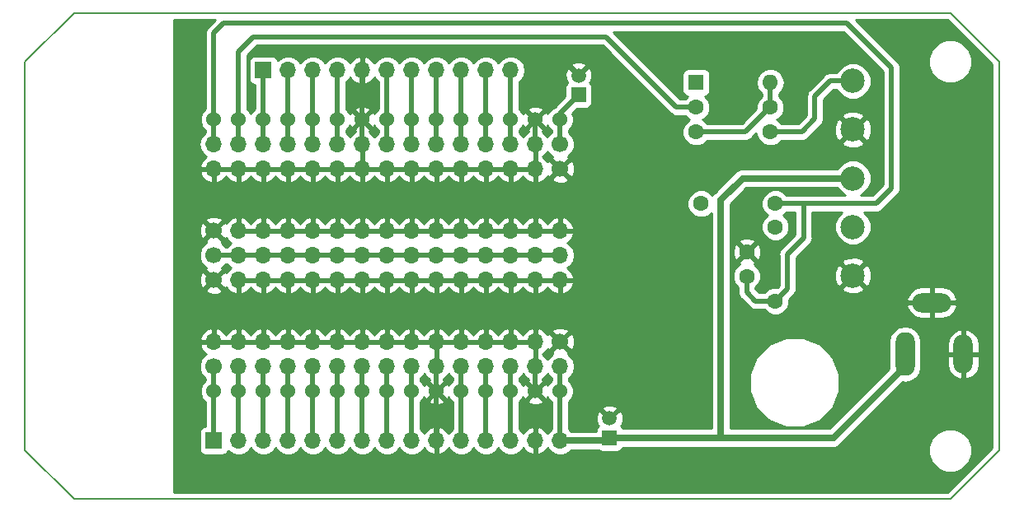
<source format=gbl>
G04 #@! TF.GenerationSoftware,KiCad,Pcbnew,5.0.2-bee76a0~70~ubuntu18.04.1*
G04 #@! TF.CreationDate,2019-02-08T19:23:00+01:00*
G04 #@! TF.ProjectId,Metering,4d657465-7269-46e6-972e-6b696361645f,rev?*
G04 #@! TF.SameCoordinates,Original*
G04 #@! TF.FileFunction,Copper,L2,Bot*
G04 #@! TF.FilePolarity,Positive*
%FSLAX46Y46*%
G04 Gerber Fmt 4.6, Leading zero omitted, Abs format (unit mm)*
G04 Created by KiCad (PCBNEW 5.0.2-bee76a0~70~ubuntu18.04.1) date Fr 08 Feb 2019 19:23:00 CET*
%MOMM*%
%LPD*%
G01*
G04 APERTURE LIST*
G04 #@! TA.AperFunction,NonConductor*
%ADD10C,0.150000*%
G04 #@! TD*
G04 #@! TA.AperFunction,ComponentPad*
%ADD11C,1.524000*%
G04 #@! TD*
G04 #@! TA.AperFunction,ComponentPad*
%ADD12R,1.600000X1.600000*%
G04 #@! TD*
G04 #@! TA.AperFunction,ComponentPad*
%ADD13O,1.600000X1.600000*%
G04 #@! TD*
G04 #@! TA.AperFunction,ComponentPad*
%ADD14C,2.500000*%
G04 #@! TD*
G04 #@! TA.AperFunction,ComponentPad*
%ADD15C,1.500000*%
G04 #@! TD*
G04 #@! TA.AperFunction,ComponentPad*
%ADD16R,1.500000X1.500000*%
G04 #@! TD*
G04 #@! TA.AperFunction,ComponentPad*
%ADD17C,1.600000*%
G04 #@! TD*
G04 #@! TA.AperFunction,ComponentPad*
%ADD18O,4.000500X1.998980*%
G04 #@! TD*
G04 #@! TA.AperFunction,ComponentPad*
%ADD19O,1.998980X4.000500*%
G04 #@! TD*
G04 #@! TA.AperFunction,ComponentPad*
%ADD20O,1.998980X4.500880*%
G04 #@! TD*
G04 #@! TA.AperFunction,ComponentPad*
%ADD21C,1.700000*%
G04 #@! TD*
G04 #@! TA.AperFunction,ComponentPad*
%ADD22O,1.700000X1.700000*%
G04 #@! TD*
G04 #@! TA.AperFunction,ComponentPad*
%ADD23R,1.700000X1.700000*%
G04 #@! TD*
G04 #@! TA.AperFunction,Conductor*
%ADD24C,0.500000*%
G04 #@! TD*
G04 #@! TA.AperFunction,Conductor*
%ADD25C,0.700000*%
G04 #@! TD*
G04 #@! TA.AperFunction,Conductor*
%ADD26C,0.254000*%
G04 #@! TD*
G04 APERTURE END LIST*
D10*
X100000000Y-95000000D02*
X105000000Y-100000000D01*
X100000000Y-55000000D02*
X105000000Y-50000000D01*
X195000000Y-100000000D02*
X200000000Y-95000000D01*
X195000000Y-50000000D02*
X200000000Y-55000000D01*
X100000000Y-95000000D02*
X100000000Y-55000000D01*
X195000000Y-100000000D02*
X105000000Y-100000000D01*
X200000000Y-55000000D02*
X200000000Y-95000000D01*
X105000000Y-50000000D02*
X195000000Y-50000000D01*
D11*
G04 #@! TO.P,U1,1*
G04 #@! TO.N,/A0*
X119380000Y-88900000D03*
G04 #@! TO.P,U1,2*
G04 #@! TO.N,/RSV1*
X121920000Y-88900000D03*
G04 #@! TO.P,U1,3*
G04 #@! TO.N,/RSV2*
X124460000Y-88900000D03*
G04 #@! TO.P,U1,4*
G04 #@! TO.N,/SD3*
X127000000Y-88900000D03*
G04 #@! TO.P,U1,5*
G04 #@! TO.N,/SD2*
X129540000Y-88900000D03*
G04 #@! TO.P,U1,6*
G04 #@! TO.N,/MOSI*
X132080000Y-88900000D03*
G04 #@! TO.P,U1,7*
G04 #@! TO.N,/CS*
X134620000Y-88900000D03*
G04 #@! TO.P,U1,8*
G04 #@! TO.N,/MISO*
X137160000Y-88900000D03*
G04 #@! TO.P,U1,9*
G04 #@! TO.N,/CLK*
X139700000Y-88900000D03*
G04 #@! TO.P,U1,10*
G04 #@! TO.N,GND*
X142240000Y-88900000D03*
G04 #@! TO.P,U1,11*
G04 #@! TO.N,+3V3*
X144780000Y-88900000D03*
G04 #@! TO.P,U1,12*
G04 #@! TO.N,/EN*
X147320000Y-88900000D03*
G04 #@! TO.P,U1,13*
G04 #@! TO.N,/RST*
X149860000Y-88900000D03*
G04 #@! TO.P,U1,14*
G04 #@! TO.N,GND*
X152400000Y-88900000D03*
G04 #@! TO.P,U1,15*
G04 #@! TO.N,+12V*
X154940000Y-88900000D03*
G04 #@! TO.P,U1,16*
G04 #@! TO.N,+3V3*
X154940000Y-60960000D03*
G04 #@! TO.P,U1,17*
G04 #@! TO.N,GND*
X152400000Y-60960000D03*
G04 #@! TO.P,U1,18*
G04 #@! TO.N,/TX*
X149860000Y-60960000D03*
G04 #@! TO.P,U1,19*
G04 #@! TO.N,/RX*
X147320000Y-60960000D03*
G04 #@! TO.P,U1,20*
G04 #@! TO.N,/D8*
X144780000Y-60960000D03*
G04 #@! TO.P,U1,21*
G04 #@! TO.N,/D7*
X142240000Y-60960000D03*
G04 #@! TO.P,U1,22*
G04 #@! TO.N,/D6*
X139700000Y-60960000D03*
G04 #@! TO.P,U1,23*
G04 #@! TO.N,/D5*
X137160000Y-60960000D03*
G04 #@! TO.P,U1,24*
G04 #@! TO.N,GND*
X134620000Y-60960000D03*
G04 #@! TO.P,U1,25*
G04 #@! TO.N,+3V3*
X132080000Y-60960000D03*
G04 #@! TO.P,U1,26*
G04 #@! TO.N,/D4*
X129540000Y-60960000D03*
G04 #@! TO.P,U1,27*
G04 #@! TO.N,/D3*
X127000000Y-60960000D03*
G04 #@! TO.P,U1,28*
G04 #@! TO.N,/D2*
X124460000Y-60960000D03*
G04 #@! TO.P,U1,29*
G04 #@! TO.N,Net-(J3-Pad14)*
X121920000Y-60960000D03*
G04 #@! TO.P,U1,30*
G04 #@! TO.N,Net-(C3-Pad1)*
X119380000Y-60960000D03*
G04 #@! TD*
D12*
G04 #@! TO.P,D1,1*
G04 #@! TO.N,+3V3*
X168910000Y-57150000D03*
D13*
G04 #@! TO.P,D1,2*
G04 #@! TO.N,Net-(D1-Pad2)*
X176530000Y-57150000D03*
G04 #@! TD*
D14*
G04 #@! TO.P,J9,5*
G04 #@! TO.N,/WATER*
X185000000Y-57000000D03*
G04 #@! TO.P,J9,4*
G04 #@! TO.N,GND*
X185000000Y-62000000D03*
G04 #@! TO.P,J9,3*
G04 #@! TO.N,+12V*
X185000000Y-67000000D03*
G04 #@! TO.P,J9,1*
G04 #@! TO.N,GND*
X185000000Y-77000000D03*
G04 #@! TO.P,J9,2*
G04 #@! TO.N,/GAS*
X185000000Y-72000000D03*
G04 #@! TD*
D15*
G04 #@! TO.P,C2,2*
G04 #@! TO.N,GND*
X156845000Y-56420000D03*
D16*
G04 #@! TO.P,C2,1*
G04 #@! TO.N,+3V3*
X156845000Y-58420000D03*
G04 #@! TD*
D17*
G04 #@! TO.P,R1,2*
G04 #@! TO.N,+3V3*
X169418000Y-69596000D03*
G04 #@! TO.P,R1,1*
G04 #@! TO.N,Net-(C3-Pad1)*
X177038000Y-69596000D03*
G04 #@! TD*
G04 #@! TO.P,R2,1*
G04 #@! TO.N,Net-(D1-Pad2)*
X176530000Y-59690000D03*
G04 #@! TO.P,R2,2*
G04 #@! TO.N,Net-(J3-Pad14)*
X168910000Y-59690000D03*
G04 #@! TD*
G04 #@! TO.P,R3,1*
G04 #@! TO.N,/WATER*
X176530000Y-62230000D03*
G04 #@! TO.P,R3,2*
G04 #@! TO.N,Net-(D1-Pad2)*
X168910000Y-62230000D03*
G04 #@! TD*
D18*
G04 #@! TO.P,J1,2*
G04 #@! TO.N,GND*
X193100960Y-79789020D03*
D19*
G04 #@! TO.P,J1,3*
X196352160Y-85090000D03*
D20*
G04 #@! TO.P,J1,1*
G04 #@! TO.N,+12V*
X190350140Y-85090000D03*
G04 #@! TD*
D21*
G04 #@! TO.P,J2,1*
G04 #@! TO.N,/A0*
X119380000Y-86360000D03*
D22*
G04 #@! TO.P,J2,2*
G04 #@! TO.N,/RSV1*
X121920000Y-86360000D03*
G04 #@! TO.P,J2,3*
G04 #@! TO.N,/RSV2*
X124460000Y-86360000D03*
G04 #@! TO.P,J2,4*
G04 #@! TO.N,/SD3*
X127000000Y-86360000D03*
G04 #@! TO.P,J2,5*
G04 #@! TO.N,/SD2*
X129540000Y-86360000D03*
G04 #@! TO.P,J2,6*
G04 #@! TO.N,/MOSI*
X132080000Y-86360000D03*
G04 #@! TO.P,J2,7*
G04 #@! TO.N,/CS*
X134620000Y-86360000D03*
G04 #@! TO.P,J2,8*
G04 #@! TO.N,/MISO*
X137160000Y-86360000D03*
G04 #@! TO.P,J2,9*
G04 #@! TO.N,/CLK*
X139700000Y-86360000D03*
G04 #@! TO.P,J2,10*
G04 #@! TO.N,GND*
X142240000Y-86360000D03*
G04 #@! TO.P,J2,11*
G04 #@! TO.N,+3V3*
X144780000Y-86360000D03*
G04 #@! TO.P,J2,12*
G04 #@! TO.N,/EN*
X147320000Y-86360000D03*
G04 #@! TO.P,J2,13*
G04 #@! TO.N,/RST*
X149860000Y-86360000D03*
G04 #@! TO.P,J2,14*
G04 #@! TO.N,GND*
X152400000Y-86360000D03*
G04 #@! TO.P,J2,15*
G04 #@! TO.N,+12V*
X154940000Y-86360000D03*
G04 #@! TD*
D21*
G04 #@! TO.P,J3,1*
G04 #@! TO.N,+3V3*
X154940000Y-63500000D03*
D22*
G04 #@! TO.P,J3,2*
G04 #@! TO.N,GND*
X152400000Y-63500000D03*
G04 #@! TO.P,J3,3*
G04 #@! TO.N,/TX*
X149860000Y-63500000D03*
G04 #@! TO.P,J3,4*
G04 #@! TO.N,/RX*
X147320000Y-63500000D03*
G04 #@! TO.P,J3,5*
G04 #@! TO.N,/D8*
X144780000Y-63500000D03*
G04 #@! TO.P,J3,6*
G04 #@! TO.N,/D7*
X142240000Y-63500000D03*
G04 #@! TO.P,J3,7*
G04 #@! TO.N,/D6*
X139700000Y-63500000D03*
G04 #@! TO.P,J3,8*
G04 #@! TO.N,/D5*
X137160000Y-63500000D03*
G04 #@! TO.P,J3,9*
G04 #@! TO.N,GND*
X134620000Y-63500000D03*
G04 #@! TO.P,J3,10*
G04 #@! TO.N,+3V3*
X132080000Y-63500000D03*
G04 #@! TO.P,J3,11*
G04 #@! TO.N,/D4*
X129540000Y-63500000D03*
G04 #@! TO.P,J3,12*
G04 #@! TO.N,/D3*
X127000000Y-63500000D03*
G04 #@! TO.P,J3,13*
G04 #@! TO.N,/D2*
X124460000Y-63500000D03*
G04 #@! TO.P,J3,14*
G04 #@! TO.N,Net-(J3-Pad14)*
X121920000Y-63500000D03*
G04 #@! TO.P,J3,15*
G04 #@! TO.N,Net-(C3-Pad1)*
X119380000Y-63500000D03*
G04 #@! TD*
G04 #@! TO.P,J4,15*
G04 #@! TO.N,GND*
X119380000Y-66040000D03*
G04 #@! TO.P,J4,14*
X121920000Y-66040000D03*
G04 #@! TO.P,J4,13*
X124460000Y-66040000D03*
G04 #@! TO.P,J4,12*
X127000000Y-66040000D03*
G04 #@! TO.P,J4,11*
X129540000Y-66040000D03*
G04 #@! TO.P,J4,10*
X132080000Y-66040000D03*
G04 #@! TO.P,J4,9*
X134620000Y-66040000D03*
G04 #@! TO.P,J4,8*
X137160000Y-66040000D03*
G04 #@! TO.P,J4,7*
X139700000Y-66040000D03*
G04 #@! TO.P,J4,6*
X142240000Y-66040000D03*
G04 #@! TO.P,J4,5*
X144780000Y-66040000D03*
G04 #@! TO.P,J4,4*
X147320000Y-66040000D03*
G04 #@! TO.P,J4,3*
X149860000Y-66040000D03*
G04 #@! TO.P,J4,2*
X152400000Y-66040000D03*
D21*
G04 #@! TO.P,J4,1*
X154940000Y-66040000D03*
G04 #@! TD*
G04 #@! TO.P,J5,1*
G04 #@! TO.N,GND*
X154940000Y-83820000D03*
D22*
G04 #@! TO.P,J5,2*
X152400000Y-83820000D03*
G04 #@! TO.P,J5,3*
X149860000Y-83820000D03*
G04 #@! TO.P,J5,4*
X147320000Y-83820000D03*
G04 #@! TO.P,J5,5*
X144780000Y-83820000D03*
G04 #@! TO.P,J5,6*
X142240000Y-83820000D03*
G04 #@! TO.P,J5,7*
X139700000Y-83820000D03*
G04 #@! TO.P,J5,8*
X137160000Y-83820000D03*
G04 #@! TO.P,J5,9*
X134620000Y-83820000D03*
G04 #@! TO.P,J5,10*
X132080000Y-83820000D03*
G04 #@! TO.P,J5,11*
X129540000Y-83820000D03*
G04 #@! TO.P,J5,12*
X127000000Y-83820000D03*
G04 #@! TO.P,J5,13*
X124460000Y-83820000D03*
G04 #@! TO.P,J5,14*
X121920000Y-83820000D03*
G04 #@! TO.P,J5,15*
X119380000Y-83820000D03*
G04 #@! TD*
D21*
G04 #@! TO.P,J6,1*
G04 #@! TO.N,GND*
X119380000Y-72390000D03*
D22*
G04 #@! TO.P,J6,2*
X121920000Y-72390000D03*
G04 #@! TO.P,J6,3*
X124460000Y-72390000D03*
G04 #@! TO.P,J6,4*
X127000000Y-72390000D03*
G04 #@! TO.P,J6,5*
X129540000Y-72390000D03*
G04 #@! TO.P,J6,6*
X132080000Y-72390000D03*
G04 #@! TO.P,J6,7*
X134620000Y-72390000D03*
G04 #@! TO.P,J6,8*
X137160000Y-72390000D03*
G04 #@! TO.P,J6,9*
X139700000Y-72390000D03*
G04 #@! TO.P,J6,10*
X142240000Y-72390000D03*
G04 #@! TO.P,J6,11*
X144780000Y-72390000D03*
G04 #@! TO.P,J6,12*
X147320000Y-72390000D03*
G04 #@! TO.P,J6,13*
X149860000Y-72390000D03*
G04 #@! TO.P,J6,14*
X152400000Y-72390000D03*
G04 #@! TO.P,J6,15*
X154940000Y-72390000D03*
G04 #@! TD*
D21*
G04 #@! TO.P,J7,1*
G04 #@! TO.N,GND*
X119380000Y-77470000D03*
D22*
G04 #@! TO.P,J7,2*
X121920000Y-77470000D03*
G04 #@! TO.P,J7,3*
X124460000Y-77470000D03*
G04 #@! TO.P,J7,4*
X127000000Y-77470000D03*
G04 #@! TO.P,J7,5*
X129540000Y-77470000D03*
G04 #@! TO.P,J7,6*
X132080000Y-77470000D03*
G04 #@! TO.P,J7,7*
X134620000Y-77470000D03*
G04 #@! TO.P,J7,8*
X137160000Y-77470000D03*
G04 #@! TO.P,J7,9*
X139700000Y-77470000D03*
G04 #@! TO.P,J7,10*
X142240000Y-77470000D03*
G04 #@! TO.P,J7,11*
X144780000Y-77470000D03*
G04 #@! TO.P,J7,12*
X147320000Y-77470000D03*
G04 #@! TO.P,J7,13*
X149860000Y-77470000D03*
G04 #@! TO.P,J7,14*
X152400000Y-77470000D03*
G04 #@! TO.P,J7,15*
X154940000Y-77470000D03*
G04 #@! TD*
D21*
G04 #@! TO.P,J8,1*
G04 #@! TO.N,+3V3*
X119380000Y-74930000D03*
D22*
G04 #@! TO.P,J8,2*
X121920000Y-74930000D03*
G04 #@! TO.P,J8,3*
X124460000Y-74930000D03*
G04 #@! TO.P,J8,4*
X127000000Y-74930000D03*
G04 #@! TO.P,J8,5*
X129540000Y-74930000D03*
G04 #@! TO.P,J8,6*
X132080000Y-74930000D03*
G04 #@! TO.P,J8,7*
X134620000Y-74930000D03*
G04 #@! TO.P,J8,8*
X137160000Y-74930000D03*
G04 #@! TO.P,J8,9*
X139700000Y-74930000D03*
G04 #@! TO.P,J8,10*
X142240000Y-74930000D03*
G04 #@! TO.P,J8,11*
X144780000Y-74930000D03*
G04 #@! TO.P,J8,12*
X147320000Y-74930000D03*
G04 #@! TO.P,J8,13*
X149860000Y-74930000D03*
G04 #@! TO.P,J8,14*
X152400000Y-74930000D03*
G04 #@! TO.P,J8,15*
X154940000Y-74930000D03*
G04 #@! TD*
D16*
G04 #@! TO.P,C1,1*
G04 #@! TO.N,+12V*
X160020000Y-93710000D03*
D15*
G04 #@! TO.P,C1,2*
G04 #@! TO.N,GND*
X160020000Y-91710000D03*
G04 #@! TD*
D23*
G04 #@! TO.P,J10,1*
G04 #@! TO.N,/A0*
X119380000Y-93980000D03*
D22*
G04 #@! TO.P,J10,2*
G04 #@! TO.N,/RSV1*
X121920000Y-93980000D03*
G04 #@! TO.P,J10,3*
G04 #@! TO.N,/RSV2*
X124460000Y-93980000D03*
G04 #@! TO.P,J10,4*
G04 #@! TO.N,/SD3*
X127000000Y-93980000D03*
G04 #@! TO.P,J10,5*
G04 #@! TO.N,/SD2*
X129540000Y-93980000D03*
G04 #@! TO.P,J10,6*
G04 #@! TO.N,/MOSI*
X132080000Y-93980000D03*
G04 #@! TO.P,J10,7*
G04 #@! TO.N,/CS*
X134620000Y-93980000D03*
G04 #@! TO.P,J10,8*
G04 #@! TO.N,/MISO*
X137160000Y-93980000D03*
G04 #@! TO.P,J10,9*
G04 #@! TO.N,/CLK*
X139700000Y-93980000D03*
G04 #@! TO.P,J10,10*
G04 #@! TO.N,GND*
X142240000Y-93980000D03*
G04 #@! TO.P,J10,11*
G04 #@! TO.N,+3V3*
X144780000Y-93980000D03*
G04 #@! TO.P,J10,12*
G04 #@! TO.N,/EN*
X147320000Y-93980000D03*
G04 #@! TO.P,J10,13*
G04 #@! TO.N,/RST*
X149860000Y-93980000D03*
G04 #@! TO.P,J10,14*
G04 #@! TO.N,GND*
X152400000Y-93980000D03*
G04 #@! TO.P,J10,15*
G04 #@! TO.N,+12V*
X154940000Y-93980000D03*
G04 #@! TD*
D23*
G04 #@! TO.P,J11,1*
G04 #@! TO.N,/D2*
X124460000Y-55880000D03*
D22*
G04 #@! TO.P,J11,2*
G04 #@! TO.N,/D3*
X127000000Y-55880000D03*
G04 #@! TO.P,J11,3*
G04 #@! TO.N,/D4*
X129540000Y-55880000D03*
G04 #@! TO.P,J11,4*
G04 #@! TO.N,+3V3*
X132080000Y-55880000D03*
G04 #@! TO.P,J11,5*
G04 #@! TO.N,GND*
X134620000Y-55880000D03*
G04 #@! TO.P,J11,6*
G04 #@! TO.N,/D5*
X137160000Y-55880000D03*
G04 #@! TO.P,J11,7*
G04 #@! TO.N,/D6*
X139700000Y-55880000D03*
G04 #@! TO.P,J11,8*
G04 #@! TO.N,/D7*
X142240000Y-55880000D03*
G04 #@! TO.P,J11,9*
G04 #@! TO.N,/D8*
X144780000Y-55880000D03*
G04 #@! TO.P,J11,10*
G04 #@! TO.N,/RX*
X147320000Y-55880000D03*
G04 #@! TO.P,J11,11*
G04 #@! TO.N,/TX*
X149860000Y-55880000D03*
G04 #@! TD*
D17*
G04 #@! TO.P,C3,1*
G04 #@! TO.N,Net-(C3-Pad1)*
X174117000Y-77089000D03*
G04 #@! TO.P,C3,2*
G04 #@! TO.N,GND*
X174117000Y-74589000D03*
G04 #@! TD*
G04 #@! TO.P,R4,1*
G04 #@! TO.N,/GAS*
X177038000Y-72009000D03*
G04 #@! TO.P,R4,2*
G04 #@! TO.N,Net-(C3-Pad1)*
X177038000Y-79629000D03*
G04 #@! TD*
D24*
G04 #@! TO.N,+3V3*
X119380000Y-74930000D02*
X121920000Y-74930000D01*
X121920000Y-74930000D02*
X124460000Y-74930000D01*
X124460000Y-74930000D02*
X127000000Y-74930000D01*
X127000000Y-74930000D02*
X129540000Y-74930000D01*
X129540000Y-74930000D02*
X132080000Y-74930000D01*
X132080000Y-74930000D02*
X134620000Y-74930000D01*
X134620000Y-74930000D02*
X137160000Y-74930000D01*
X137160000Y-74930000D02*
X139700000Y-74930000D01*
X139700000Y-74930000D02*
X142240000Y-74930000D01*
X142240000Y-74930000D02*
X144780000Y-74930000D01*
X144780000Y-74930000D02*
X147320000Y-74930000D01*
X147320000Y-74930000D02*
X149860000Y-74930000D01*
X149860000Y-74930000D02*
X152400000Y-74930000D01*
X152400000Y-74930000D02*
X154940000Y-74930000D01*
X144780000Y-86360000D02*
X144780000Y-88900000D01*
X154940000Y-60960000D02*
X154940000Y-63500000D01*
X132080000Y-60960000D02*
X132080000Y-63500000D01*
X144780000Y-88900000D02*
X144780000Y-93980000D01*
X132080000Y-55880000D02*
X132080000Y-60960000D01*
X154940000Y-60325000D02*
X156845000Y-58420000D01*
X154940000Y-60960000D02*
X154940000Y-60325000D01*
G04 #@! TO.N,Net-(D1-Pad2)*
X173990000Y-62230000D02*
X176530000Y-59690000D01*
X168910000Y-62230000D02*
X173990000Y-62230000D01*
X176530000Y-59690000D02*
X176530000Y-57150000D01*
G04 #@! TO.N,/GAS*
X184991000Y-72009000D02*
X185000000Y-72000000D01*
G04 #@! TO.N,/WATER*
X182649000Y-57000000D02*
X185000000Y-57000000D01*
X181102000Y-60898000D02*
X181102000Y-58547000D01*
X176530000Y-62230000D02*
X179770000Y-62230000D01*
X181102000Y-58547000D02*
X182649000Y-57000000D01*
X179770000Y-62230000D02*
X181102000Y-60898000D01*
G04 #@! TO.N,GND*
X142240000Y-86360000D02*
X142240000Y-88900000D01*
X152400000Y-86360000D02*
X152400000Y-88900000D01*
X152400000Y-60960000D02*
X152400000Y-63500000D01*
X134620000Y-63500000D02*
X134620000Y-60960000D01*
X142240000Y-88900000D02*
X142240000Y-93980000D01*
X134620000Y-55880000D02*
X134620000Y-60960000D01*
G04 #@! TO.N,+12V*
X154940000Y-86360000D02*
X154940000Y-88900000D01*
X154940000Y-88900000D02*
X154940000Y-93980000D01*
D25*
X159750000Y-93980000D02*
X160020000Y-93710000D01*
X154940000Y-93980000D02*
X159750000Y-93980000D01*
X160020000Y-93710000D02*
X171450000Y-93710000D01*
X173665000Y-67000000D02*
X185000000Y-67000000D01*
X171450000Y-93710000D02*
X171450000Y-69215000D01*
X171450000Y-69215000D02*
X173665000Y-67000000D01*
X190350140Y-86340950D02*
X190350140Y-85090000D01*
X182981090Y-93710000D02*
X190350140Y-86340950D01*
X171450000Y-93710000D02*
X182981090Y-93710000D01*
D24*
G04 #@! TO.N,/A0*
X119380000Y-86360000D02*
X119380000Y-88900000D01*
X119380000Y-88900000D02*
X119380000Y-93980000D01*
G04 #@! TO.N,/SD3*
X127000000Y-86360000D02*
X127000000Y-88900000D01*
X127000000Y-88900000D02*
X127000000Y-93980000D01*
G04 #@! TO.N,/SD2*
X129540000Y-86360000D02*
X129540000Y-88900000D01*
X129540000Y-88900000D02*
X129540000Y-93980000D01*
G04 #@! TO.N,/MOSI*
X132080000Y-86360000D02*
X132080000Y-88900000D01*
X132080000Y-88900000D02*
X132080000Y-93980000D01*
G04 #@! TO.N,/CS*
X134620000Y-86360000D02*
X134620000Y-88900000D01*
X134620000Y-88900000D02*
X134620000Y-93980000D01*
G04 #@! TO.N,/MISO*
X137160000Y-86360000D02*
X137160000Y-88900000D01*
X137160000Y-88900000D02*
X137160000Y-93980000D01*
G04 #@! TO.N,/CLK*
X139700000Y-86360000D02*
X139700000Y-88900000D01*
X139700000Y-88900000D02*
X139700000Y-93980000D01*
G04 #@! TO.N,/EN*
X147320000Y-86360000D02*
X147320000Y-88900000D01*
X147320000Y-88900000D02*
X147320000Y-93980000D01*
G04 #@! TO.N,/RST*
X149860000Y-86360000D02*
X149860000Y-88900000D01*
X149860000Y-88900000D02*
X149860000Y-93980000D01*
G04 #@! TO.N,/TX*
X149860000Y-60960000D02*
X149860000Y-63500000D01*
X149860000Y-55880000D02*
X149860000Y-60960000D01*
G04 #@! TO.N,/RX*
X147320000Y-60960000D02*
X147320000Y-63500000D01*
X147320000Y-55880000D02*
X147320000Y-60960000D01*
G04 #@! TO.N,/D8*
X144780000Y-60960000D02*
X144780000Y-63500000D01*
X144780000Y-55880000D02*
X144780000Y-60960000D01*
G04 #@! TO.N,/D7*
X142240000Y-60960000D02*
X142240000Y-63500000D01*
X142240000Y-55880000D02*
X142240000Y-60960000D01*
G04 #@! TO.N,/D6*
X139700000Y-60960000D02*
X139700000Y-63500000D01*
X139700000Y-55880000D02*
X139700000Y-60960000D01*
G04 #@! TO.N,/D5*
X137160000Y-60960000D02*
X137160000Y-63500000D01*
X137160000Y-60960000D02*
X137160000Y-55880000D01*
G04 #@! TO.N,/D4*
X129540000Y-60960000D02*
X129540000Y-63500000D01*
X129540000Y-55880000D02*
X129540000Y-60960000D01*
G04 #@! TO.N,/D3*
X127000000Y-60960000D02*
X127000000Y-63500000D01*
X127000000Y-55880000D02*
X127000000Y-60960000D01*
G04 #@! TO.N,/D2*
X124460000Y-60960000D02*
X124460000Y-63500000D01*
X124460000Y-55880000D02*
X124460000Y-60960000D01*
G04 #@! TO.N,Net-(J3-Pad14)*
X121920000Y-60960000D02*
X121920000Y-63500000D01*
X121920000Y-60960000D02*
X121920000Y-53975000D01*
X168910000Y-59690000D02*
X166878000Y-59690000D01*
X166878000Y-59690000D02*
X159639000Y-52451000D01*
X123444000Y-52451000D02*
X121920000Y-53975000D01*
X159639000Y-52451000D02*
X123444000Y-52451000D01*
G04 #@! TO.N,/RSV1*
X121920000Y-86360000D02*
X121920000Y-88900000D01*
X121920000Y-88900000D02*
X121920000Y-93980000D01*
G04 #@! TO.N,/RSV2*
X124460000Y-86360000D02*
X124460000Y-88900000D01*
X124460000Y-88900000D02*
X124460000Y-93980000D01*
G04 #@! TO.N,Net-(C3-Pad1)*
X119380000Y-63500000D02*
X119380000Y-60960000D01*
X187404000Y-69596000D02*
X188976000Y-68024000D01*
X188976000Y-68024000D02*
X188976000Y-55626000D01*
X188976000Y-55626000D02*
X184404000Y-51054000D01*
X119380000Y-52070000D02*
X119380000Y-60960000D01*
X120396000Y-51054000D02*
X119380000Y-52070000D01*
X184404000Y-51054000D02*
X120396000Y-51054000D01*
X178288001Y-78378999D02*
X178288001Y-74822999D01*
X177038000Y-79629000D02*
X178288001Y-78378999D01*
X179959000Y-73152000D02*
X179959000Y-69596000D01*
X178288001Y-74822999D02*
X179959000Y-73152000D01*
X177038000Y-69596000D02*
X179959000Y-69596000D01*
X179959000Y-69596000D02*
X187404000Y-69596000D01*
X177038000Y-79629000D02*
X175006000Y-79629000D01*
X174117000Y-78740000D02*
X174117000Y-77089000D01*
X175006000Y-79629000D02*
X174117000Y-78740000D01*
G04 #@! TD*
D26*
G04 #@! TO.N,GND*
G36*
X118815847Y-51382575D02*
X118741951Y-51431951D01*
X118546348Y-51724691D01*
X118495000Y-51982836D01*
X118495000Y-51982839D01*
X118477663Y-52070000D01*
X118495000Y-52157161D01*
X118495001Y-59869342D01*
X118195680Y-60168663D01*
X117983000Y-60682119D01*
X117983000Y-61237881D01*
X118195680Y-61751337D01*
X118495001Y-62050658D01*
X118495000Y-62305344D01*
X118309375Y-62429375D01*
X117981161Y-62920582D01*
X117865908Y-63500000D01*
X117981161Y-64079418D01*
X118309375Y-64570625D01*
X118609786Y-64771353D01*
X118184817Y-65158642D01*
X117938514Y-65683108D01*
X118059181Y-65913000D01*
X119253000Y-65913000D01*
X119253000Y-65893000D01*
X119507000Y-65893000D01*
X119507000Y-65913000D01*
X121793000Y-65913000D01*
X121793000Y-65893000D01*
X122047000Y-65893000D01*
X122047000Y-65913000D01*
X124333000Y-65913000D01*
X124333000Y-65893000D01*
X124587000Y-65893000D01*
X124587000Y-65913000D01*
X126873000Y-65913000D01*
X126873000Y-65893000D01*
X127127000Y-65893000D01*
X127127000Y-65913000D01*
X129413000Y-65913000D01*
X129413000Y-65893000D01*
X129667000Y-65893000D01*
X129667000Y-65913000D01*
X131953000Y-65913000D01*
X131953000Y-65893000D01*
X132207000Y-65893000D01*
X132207000Y-65913000D01*
X134493000Y-65913000D01*
X134493000Y-63627000D01*
X134473000Y-63627000D01*
X134473000Y-63373000D01*
X134493000Y-63373000D01*
X134493000Y-63353000D01*
X134747000Y-63353000D01*
X134747000Y-63373000D01*
X134767000Y-63373000D01*
X134767000Y-63627000D01*
X134747000Y-63627000D01*
X134747000Y-65913000D01*
X137033000Y-65913000D01*
X137033000Y-65893000D01*
X137287000Y-65893000D01*
X137287000Y-65913000D01*
X139573000Y-65913000D01*
X139573000Y-65893000D01*
X139827000Y-65893000D01*
X139827000Y-65913000D01*
X142113000Y-65913000D01*
X142113000Y-65893000D01*
X142367000Y-65893000D01*
X142367000Y-65913000D01*
X144653000Y-65913000D01*
X144653000Y-65893000D01*
X144907000Y-65893000D01*
X144907000Y-65913000D01*
X147193000Y-65913000D01*
X147193000Y-65893000D01*
X147447000Y-65893000D01*
X147447000Y-65913000D01*
X149733000Y-65913000D01*
X149733000Y-65893000D01*
X149987000Y-65893000D01*
X149987000Y-65913000D01*
X152273000Y-65913000D01*
X152273000Y-63627000D01*
X152253000Y-63627000D01*
X152253000Y-63373000D01*
X152273000Y-63373000D01*
X152273000Y-63353000D01*
X152527000Y-63353000D01*
X152527000Y-63373000D01*
X152547000Y-63373000D01*
X152547000Y-63627000D01*
X152527000Y-63627000D01*
X152527000Y-65913000D01*
X152547000Y-65913000D01*
X152547000Y-66167000D01*
X152527000Y-66167000D01*
X152527000Y-67360155D01*
X152756890Y-67481476D01*
X153166924Y-67311645D01*
X153416763Y-67083958D01*
X154075647Y-67083958D01*
X154155920Y-67335259D01*
X154711279Y-67536718D01*
X155301458Y-67510315D01*
X155724080Y-67335259D01*
X155804353Y-67083958D01*
X154940000Y-66219605D01*
X154075647Y-67083958D01*
X153416763Y-67083958D01*
X153595183Y-66921358D01*
X153642926Y-66819697D01*
X153644741Y-66824080D01*
X153896042Y-66904353D01*
X154760395Y-66040000D01*
X155119605Y-66040000D01*
X155983958Y-66904353D01*
X156235259Y-66824080D01*
X156436718Y-66268721D01*
X156410315Y-65678542D01*
X156235259Y-65255920D01*
X155983958Y-65175647D01*
X155119605Y-66040000D01*
X154760395Y-66040000D01*
X153896042Y-65175647D01*
X153644741Y-65255920D01*
X153643053Y-65260574D01*
X153595183Y-65158642D01*
X153168729Y-64770000D01*
X153595183Y-64381358D01*
X153649665Y-64265347D01*
X153681078Y-64341185D01*
X154098815Y-64758922D01*
X154145247Y-64778155D01*
X154075647Y-64996042D01*
X154940000Y-65860395D01*
X155804353Y-64996042D01*
X155734753Y-64778155D01*
X155781185Y-64758922D01*
X156198922Y-64341185D01*
X156425000Y-63795385D01*
X156425000Y-63204615D01*
X156198922Y-62658815D01*
X155825000Y-62284893D01*
X155825000Y-62050657D01*
X156124320Y-61751337D01*
X156337000Y-61237881D01*
X156337000Y-60682119D01*
X156189809Y-60326769D01*
X156699139Y-59817440D01*
X157595000Y-59817440D01*
X157842765Y-59768157D01*
X158052809Y-59627809D01*
X158193157Y-59417765D01*
X158242440Y-59170000D01*
X158242440Y-57670000D01*
X158193157Y-57422235D01*
X158052809Y-57212191D01*
X157982356Y-57165116D01*
X158057460Y-57143923D01*
X158242201Y-56624829D01*
X158214230Y-56074552D01*
X158057460Y-55696077D01*
X157816517Y-55628088D01*
X157024605Y-56420000D01*
X157038748Y-56434143D01*
X156859143Y-56613748D01*
X156845000Y-56599605D01*
X156830858Y-56613748D01*
X156651253Y-56434143D01*
X156665395Y-56420000D01*
X155873483Y-55628088D01*
X155632540Y-55696077D01*
X155447799Y-56215171D01*
X155475770Y-56765448D01*
X155632540Y-57143923D01*
X155707644Y-57165116D01*
X155637191Y-57212191D01*
X155496843Y-57422235D01*
X155447560Y-57670000D01*
X155447560Y-58565861D01*
X154375845Y-59637577D01*
X154301952Y-59686951D01*
X154278638Y-59721843D01*
X154148663Y-59775680D01*
X153755680Y-60168663D01*
X153676572Y-60359647D01*
X153622397Y-60228857D01*
X153380213Y-60159392D01*
X152579605Y-60960000D01*
X153380213Y-61760608D01*
X153622397Y-61691143D01*
X153672535Y-61550607D01*
X153755680Y-61751337D01*
X154055000Y-62050657D01*
X154055001Y-62284892D01*
X153681078Y-62658815D01*
X153649665Y-62734653D01*
X153595183Y-62618642D01*
X153166924Y-62228355D01*
X153093555Y-62197966D01*
X153131143Y-62182397D01*
X153200608Y-61940213D01*
X152400000Y-61139605D01*
X151599392Y-61940213D01*
X151668857Y-62182397D01*
X151709246Y-62196806D01*
X151633076Y-62228355D01*
X151204817Y-62618642D01*
X151143843Y-62748478D01*
X150930625Y-62429375D01*
X150745000Y-62305344D01*
X150745000Y-62050657D01*
X151044320Y-61751337D01*
X151123428Y-61560353D01*
X151177603Y-61691143D01*
X151419787Y-61760608D01*
X152220395Y-60960000D01*
X151419787Y-60159392D01*
X151177603Y-60228857D01*
X151127465Y-60369393D01*
X151044320Y-60168663D01*
X150855444Y-59979787D01*
X151599392Y-59979787D01*
X152400000Y-60780395D01*
X153200608Y-59979787D01*
X153131143Y-59737603D01*
X152607698Y-59550856D01*
X152052632Y-59578638D01*
X151668857Y-59737603D01*
X151599392Y-59979787D01*
X150855444Y-59979787D01*
X150745000Y-59869343D01*
X150745000Y-57074656D01*
X150930625Y-56950625D01*
X151258839Y-56459418D01*
X151374092Y-55880000D01*
X151288259Y-55448483D01*
X156053088Y-55448483D01*
X156845000Y-56240395D01*
X157636912Y-55448483D01*
X157568923Y-55207540D01*
X157049829Y-55022799D01*
X156499552Y-55050770D01*
X156121077Y-55207540D01*
X156053088Y-55448483D01*
X151288259Y-55448483D01*
X151258839Y-55300582D01*
X150930625Y-54809375D01*
X150439418Y-54481161D01*
X150006256Y-54395000D01*
X149713744Y-54395000D01*
X149280582Y-54481161D01*
X148789375Y-54809375D01*
X148590000Y-55107761D01*
X148390625Y-54809375D01*
X147899418Y-54481161D01*
X147466256Y-54395000D01*
X147173744Y-54395000D01*
X146740582Y-54481161D01*
X146249375Y-54809375D01*
X146050000Y-55107761D01*
X145850625Y-54809375D01*
X145359418Y-54481161D01*
X144926256Y-54395000D01*
X144633744Y-54395000D01*
X144200582Y-54481161D01*
X143709375Y-54809375D01*
X143510000Y-55107761D01*
X143310625Y-54809375D01*
X142819418Y-54481161D01*
X142386256Y-54395000D01*
X142093744Y-54395000D01*
X141660582Y-54481161D01*
X141169375Y-54809375D01*
X140970000Y-55107761D01*
X140770625Y-54809375D01*
X140279418Y-54481161D01*
X139846256Y-54395000D01*
X139553744Y-54395000D01*
X139120582Y-54481161D01*
X138629375Y-54809375D01*
X138430000Y-55107761D01*
X138230625Y-54809375D01*
X137739418Y-54481161D01*
X137306256Y-54395000D01*
X137013744Y-54395000D01*
X136580582Y-54481161D01*
X136089375Y-54809375D01*
X135876157Y-55128478D01*
X135815183Y-54998642D01*
X135386924Y-54608355D01*
X134976890Y-54438524D01*
X134747000Y-54559845D01*
X134747000Y-55753000D01*
X134767000Y-55753000D01*
X134767000Y-56007000D01*
X134747000Y-56007000D01*
X134747000Y-57200155D01*
X134976890Y-57321476D01*
X135386924Y-57151645D01*
X135815183Y-56761358D01*
X135876157Y-56631522D01*
X136089375Y-56950625D01*
X136275001Y-57074656D01*
X136275000Y-59869343D01*
X135975680Y-60168663D01*
X135896572Y-60359647D01*
X135842397Y-60228857D01*
X135600213Y-60159392D01*
X134799605Y-60960000D01*
X135600213Y-61760608D01*
X135842397Y-61691143D01*
X135892535Y-61550607D01*
X135975680Y-61751337D01*
X136275000Y-62050657D01*
X136275001Y-62305344D01*
X136089375Y-62429375D01*
X135876157Y-62748478D01*
X135815183Y-62618642D01*
X135386924Y-62228355D01*
X135313555Y-62197966D01*
X135351143Y-62182397D01*
X135420608Y-61940213D01*
X134620000Y-61139605D01*
X133819392Y-61940213D01*
X133888857Y-62182397D01*
X133929246Y-62196806D01*
X133853076Y-62228355D01*
X133424817Y-62618642D01*
X133363843Y-62748478D01*
X133150625Y-62429375D01*
X132965000Y-62305344D01*
X132965000Y-62050657D01*
X133264320Y-61751337D01*
X133343428Y-61560353D01*
X133397603Y-61691143D01*
X133639787Y-61760608D01*
X134440395Y-60960000D01*
X133639787Y-60159392D01*
X133397603Y-60228857D01*
X133347465Y-60369393D01*
X133264320Y-60168663D01*
X133075444Y-59979787D01*
X133819392Y-59979787D01*
X134620000Y-60780395D01*
X135420608Y-59979787D01*
X135351143Y-59737603D01*
X134827698Y-59550856D01*
X134272632Y-59578638D01*
X133888857Y-59737603D01*
X133819392Y-59979787D01*
X133075444Y-59979787D01*
X132965000Y-59869343D01*
X132965000Y-57074656D01*
X133150625Y-56950625D01*
X133363843Y-56631522D01*
X133424817Y-56761358D01*
X133853076Y-57151645D01*
X134263110Y-57321476D01*
X134493000Y-57200155D01*
X134493000Y-56007000D01*
X134473000Y-56007000D01*
X134473000Y-55753000D01*
X134493000Y-55753000D01*
X134493000Y-54559845D01*
X134263110Y-54438524D01*
X133853076Y-54608355D01*
X133424817Y-54998642D01*
X133363843Y-55128478D01*
X133150625Y-54809375D01*
X132659418Y-54481161D01*
X132226256Y-54395000D01*
X131933744Y-54395000D01*
X131500582Y-54481161D01*
X131009375Y-54809375D01*
X130810000Y-55107761D01*
X130610625Y-54809375D01*
X130119418Y-54481161D01*
X129686256Y-54395000D01*
X129393744Y-54395000D01*
X128960582Y-54481161D01*
X128469375Y-54809375D01*
X128270000Y-55107761D01*
X128070625Y-54809375D01*
X127579418Y-54481161D01*
X127146256Y-54395000D01*
X126853744Y-54395000D01*
X126420582Y-54481161D01*
X125929375Y-54809375D01*
X125917184Y-54827619D01*
X125908157Y-54782235D01*
X125767809Y-54572191D01*
X125557765Y-54431843D01*
X125310000Y-54382560D01*
X123610000Y-54382560D01*
X123362235Y-54431843D01*
X123152191Y-54572191D01*
X123011843Y-54782235D01*
X122962560Y-55030000D01*
X122962560Y-56730000D01*
X123011843Y-56977765D01*
X123152191Y-57187809D01*
X123362235Y-57328157D01*
X123575000Y-57370478D01*
X123575001Y-59869342D01*
X123275680Y-60168663D01*
X123190000Y-60375513D01*
X123104320Y-60168663D01*
X122805000Y-59869343D01*
X122805000Y-54341578D01*
X123810579Y-53336000D01*
X159272422Y-53336000D01*
X166190576Y-60254155D01*
X166239951Y-60328049D01*
X166313844Y-60377423D01*
X166313845Y-60377424D01*
X166501576Y-60502862D01*
X166532690Y-60523652D01*
X166790835Y-60575000D01*
X166790839Y-60575000D01*
X166878000Y-60592337D01*
X166965161Y-60575000D01*
X167765604Y-60575000D01*
X168097138Y-60906534D01*
X168226216Y-60960000D01*
X168097138Y-61013466D01*
X167693466Y-61417138D01*
X167475000Y-61944561D01*
X167475000Y-62515439D01*
X167693466Y-63042862D01*
X168097138Y-63446534D01*
X168624561Y-63665000D01*
X169195439Y-63665000D01*
X169722862Y-63446534D01*
X170054396Y-63115000D01*
X173902839Y-63115000D01*
X173990000Y-63132337D01*
X174077161Y-63115000D01*
X174077165Y-63115000D01*
X174335310Y-63063652D01*
X174628049Y-62868049D01*
X174677425Y-62794153D01*
X175095000Y-62376578D01*
X175095000Y-62515439D01*
X175313466Y-63042862D01*
X175717138Y-63446534D01*
X176244561Y-63665000D01*
X176815439Y-63665000D01*
X177342862Y-63446534D01*
X177456076Y-63333320D01*
X183846285Y-63333320D01*
X183975533Y-63626123D01*
X184675806Y-63894388D01*
X185425435Y-63874250D01*
X186024467Y-63626123D01*
X186153715Y-63333320D01*
X185000000Y-62179605D01*
X183846285Y-63333320D01*
X177456076Y-63333320D01*
X177674396Y-63115000D01*
X179682839Y-63115000D01*
X179770000Y-63132337D01*
X179857161Y-63115000D01*
X179857165Y-63115000D01*
X180115310Y-63063652D01*
X180408049Y-62868049D01*
X180457425Y-62794153D01*
X181575772Y-61675806D01*
X183105612Y-61675806D01*
X183125750Y-62425435D01*
X183373877Y-63024467D01*
X183666680Y-63153715D01*
X184820395Y-62000000D01*
X185179605Y-62000000D01*
X186333320Y-63153715D01*
X186626123Y-63024467D01*
X186894388Y-62324194D01*
X186874250Y-61574565D01*
X186626123Y-60975533D01*
X186333320Y-60846285D01*
X185179605Y-62000000D01*
X184820395Y-62000000D01*
X183666680Y-60846285D01*
X183373877Y-60975533D01*
X183105612Y-61675806D01*
X181575772Y-61675806D01*
X181666156Y-61585423D01*
X181740049Y-61536049D01*
X181935652Y-61243310D01*
X181987000Y-60985165D01*
X181987000Y-60985161D01*
X182004337Y-60898001D01*
X181987000Y-60810841D01*
X181987000Y-60666680D01*
X183846285Y-60666680D01*
X185000000Y-61820395D01*
X186153715Y-60666680D01*
X186024467Y-60373877D01*
X185324194Y-60105612D01*
X184574565Y-60125750D01*
X183975533Y-60373877D01*
X183846285Y-60666680D01*
X181987000Y-60666680D01*
X181987000Y-58913578D01*
X183015579Y-57885000D01*
X183326269Y-57885000D01*
X183401974Y-58067767D01*
X183932233Y-58598026D01*
X184625050Y-58885000D01*
X185374950Y-58885000D01*
X186067767Y-58598026D01*
X186598026Y-58067767D01*
X186885000Y-57374950D01*
X186885000Y-56625050D01*
X186598026Y-55932233D01*
X186067767Y-55401974D01*
X185374950Y-55115000D01*
X184625050Y-55115000D01*
X183932233Y-55401974D01*
X183401974Y-55932233D01*
X183326269Y-56115000D01*
X182736159Y-56115000D01*
X182648999Y-56097663D01*
X182561839Y-56115000D01*
X182561835Y-56115000D01*
X182303690Y-56166348D01*
X182303688Y-56166349D01*
X182303689Y-56166349D01*
X182084845Y-56312576D01*
X182084844Y-56312577D01*
X182010951Y-56361951D01*
X181961577Y-56435844D01*
X180537845Y-57859577D01*
X180463952Y-57908951D01*
X180414578Y-57982844D01*
X180414576Y-57982846D01*
X180268348Y-58201691D01*
X180199663Y-58547000D01*
X180217001Y-58634165D01*
X180217000Y-60531421D01*
X179403422Y-61345000D01*
X177674396Y-61345000D01*
X177342862Y-61013466D01*
X177213784Y-60960000D01*
X177342862Y-60906534D01*
X177746534Y-60502862D01*
X177965000Y-59975439D01*
X177965000Y-59404561D01*
X177746534Y-58877138D01*
X177415000Y-58545604D01*
X177415000Y-58284521D01*
X177564577Y-58184577D01*
X177881740Y-57709909D01*
X177993113Y-57150000D01*
X177881740Y-56590091D01*
X177564577Y-56115423D01*
X177089909Y-55798260D01*
X176671333Y-55715000D01*
X176388667Y-55715000D01*
X175970091Y-55798260D01*
X175495423Y-56115423D01*
X175178260Y-56590091D01*
X175066887Y-57150000D01*
X175178260Y-57709909D01*
X175495423Y-58184577D01*
X175645001Y-58284522D01*
X175645000Y-58545604D01*
X175313466Y-58877138D01*
X175095000Y-59404561D01*
X175095000Y-59873421D01*
X173623422Y-61345000D01*
X170054396Y-61345000D01*
X169722862Y-61013466D01*
X169593784Y-60960000D01*
X169722862Y-60906534D01*
X170126534Y-60502862D01*
X170345000Y-59975439D01*
X170345000Y-59404561D01*
X170126534Y-58877138D01*
X169824134Y-58574738D01*
X169957765Y-58548157D01*
X170167809Y-58407809D01*
X170308157Y-58197765D01*
X170357440Y-57950000D01*
X170357440Y-56350000D01*
X170308157Y-56102235D01*
X170167809Y-55892191D01*
X169957765Y-55751843D01*
X169710000Y-55702560D01*
X168110000Y-55702560D01*
X167862235Y-55751843D01*
X167652191Y-55892191D01*
X167511843Y-56102235D01*
X167462560Y-56350000D01*
X167462560Y-57950000D01*
X167511843Y-58197765D01*
X167652191Y-58407809D01*
X167862235Y-58548157D01*
X167995866Y-58574738D01*
X167765604Y-58805000D01*
X167244579Y-58805000D01*
X160378578Y-51939000D01*
X184037422Y-51939000D01*
X188091001Y-55992580D01*
X188091000Y-67657421D01*
X187037422Y-68711000D01*
X185795023Y-68711000D01*
X186067767Y-68598026D01*
X186598026Y-68067767D01*
X186885000Y-67374950D01*
X186885000Y-66625050D01*
X186598026Y-65932233D01*
X186067767Y-65401974D01*
X185374950Y-65115000D01*
X184625050Y-65115000D01*
X183932233Y-65401974D01*
X183401974Y-65932233D01*
X183367691Y-66015000D01*
X173762007Y-66015000D01*
X173664999Y-65995704D01*
X173567991Y-66015000D01*
X173567988Y-66015000D01*
X173280672Y-66072151D01*
X172954855Y-66289855D01*
X172899902Y-66372098D01*
X170822096Y-68449904D01*
X170739856Y-68504855D01*
X170684905Y-68587095D01*
X170684902Y-68587098D01*
X170586205Y-68734809D01*
X170230862Y-68379466D01*
X169703439Y-68161000D01*
X169132561Y-68161000D01*
X168605138Y-68379466D01*
X168201466Y-68783138D01*
X167983000Y-69310561D01*
X167983000Y-69881439D01*
X168201466Y-70408862D01*
X168605138Y-70812534D01*
X169132561Y-71031000D01*
X169703439Y-71031000D01*
X170230862Y-70812534D01*
X170465001Y-70578395D01*
X170465000Y-92725000D01*
X161370696Y-92725000D01*
X161368157Y-92712235D01*
X161227809Y-92502191D01*
X161157356Y-92455116D01*
X161232460Y-92433923D01*
X161417201Y-91914829D01*
X161389230Y-91364552D01*
X161232460Y-90986077D01*
X160991517Y-90918088D01*
X160199605Y-91710000D01*
X160213748Y-91724143D01*
X160034143Y-91903748D01*
X160020000Y-91889605D01*
X160005858Y-91903748D01*
X159826253Y-91724143D01*
X159840395Y-91710000D01*
X159048483Y-90918088D01*
X158807540Y-90986077D01*
X158622799Y-91505171D01*
X158650770Y-92055448D01*
X158807540Y-92433923D01*
X158882644Y-92455116D01*
X158812191Y-92502191D01*
X158671843Y-92712235D01*
X158622560Y-92960000D01*
X158622560Y-92995000D01*
X156067838Y-92995000D01*
X156010625Y-92909375D01*
X155825000Y-92785344D01*
X155825000Y-90738483D01*
X159228088Y-90738483D01*
X160020000Y-91530395D01*
X160811912Y-90738483D01*
X160743923Y-90497540D01*
X160224829Y-90312799D01*
X159674552Y-90340770D01*
X159296077Y-90497540D01*
X159228088Y-90738483D01*
X155825000Y-90738483D01*
X155825000Y-89990657D01*
X156124320Y-89691337D01*
X156337000Y-89177881D01*
X156337000Y-88622119D01*
X156124320Y-88108663D01*
X155825000Y-87809343D01*
X155825000Y-87554656D01*
X156010625Y-87430625D01*
X156338839Y-86939418D01*
X156454092Y-86360000D01*
X156338839Y-85780582D01*
X156010625Y-85289375D01*
X155728647Y-85100963D01*
X155804353Y-84863958D01*
X154940000Y-83999605D01*
X154075647Y-84863958D01*
X154151353Y-85100963D01*
X153869375Y-85289375D01*
X153656157Y-85608478D01*
X153595183Y-85478642D01*
X153168729Y-85090000D01*
X153595183Y-84701358D01*
X153642926Y-84599697D01*
X153644741Y-84604080D01*
X153896042Y-84684353D01*
X154760395Y-83820000D01*
X155119605Y-83820000D01*
X155983958Y-84684353D01*
X156235259Y-84604080D01*
X156436718Y-84048721D01*
X156410315Y-83458542D01*
X156235259Y-83035920D01*
X155983958Y-82955647D01*
X155119605Y-83820000D01*
X154760395Y-83820000D01*
X153896042Y-82955647D01*
X153644741Y-83035920D01*
X153643053Y-83040574D01*
X153595183Y-82938642D01*
X153416764Y-82776042D01*
X154075647Y-82776042D01*
X154940000Y-83640395D01*
X155804353Y-82776042D01*
X155724080Y-82524741D01*
X155168721Y-82323282D01*
X154578542Y-82349685D01*
X154155920Y-82524741D01*
X154075647Y-82776042D01*
X153416764Y-82776042D01*
X153166924Y-82548355D01*
X152756890Y-82378524D01*
X152527000Y-82499845D01*
X152527000Y-83693000D01*
X152547000Y-83693000D01*
X152547000Y-83947000D01*
X152527000Y-83947000D01*
X152527000Y-86233000D01*
X152547000Y-86233000D01*
X152547000Y-86487000D01*
X152527000Y-86487000D01*
X152527000Y-86507000D01*
X152273000Y-86507000D01*
X152273000Y-86487000D01*
X152253000Y-86487000D01*
X152253000Y-86233000D01*
X152273000Y-86233000D01*
X152273000Y-83947000D01*
X149987000Y-83947000D01*
X149987000Y-83967000D01*
X149733000Y-83967000D01*
X149733000Y-83947000D01*
X147447000Y-83947000D01*
X147447000Y-83967000D01*
X147193000Y-83967000D01*
X147193000Y-83947000D01*
X144907000Y-83947000D01*
X144907000Y-83967000D01*
X144653000Y-83967000D01*
X144653000Y-83947000D01*
X142367000Y-83947000D01*
X142367000Y-86233000D01*
X142387000Y-86233000D01*
X142387000Y-86487000D01*
X142367000Y-86487000D01*
X142367000Y-86507000D01*
X142113000Y-86507000D01*
X142113000Y-86487000D01*
X142093000Y-86487000D01*
X142093000Y-86233000D01*
X142113000Y-86233000D01*
X142113000Y-83947000D01*
X139827000Y-83947000D01*
X139827000Y-83967000D01*
X139573000Y-83967000D01*
X139573000Y-83947000D01*
X137287000Y-83947000D01*
X137287000Y-83967000D01*
X137033000Y-83967000D01*
X137033000Y-83947000D01*
X134747000Y-83947000D01*
X134747000Y-83967000D01*
X134493000Y-83967000D01*
X134493000Y-83947000D01*
X132207000Y-83947000D01*
X132207000Y-83967000D01*
X131953000Y-83967000D01*
X131953000Y-83947000D01*
X129667000Y-83947000D01*
X129667000Y-83967000D01*
X129413000Y-83967000D01*
X129413000Y-83947000D01*
X127127000Y-83947000D01*
X127127000Y-83967000D01*
X126873000Y-83967000D01*
X126873000Y-83947000D01*
X124587000Y-83947000D01*
X124587000Y-83967000D01*
X124333000Y-83967000D01*
X124333000Y-83947000D01*
X122047000Y-83947000D01*
X122047000Y-83967000D01*
X121793000Y-83967000D01*
X121793000Y-83947000D01*
X119507000Y-83947000D01*
X119507000Y-83967000D01*
X119253000Y-83967000D01*
X119253000Y-83947000D01*
X118059181Y-83947000D01*
X117938514Y-84176892D01*
X118184817Y-84701358D01*
X118596987Y-85076982D01*
X118538815Y-85101078D01*
X118121078Y-85518815D01*
X117895000Y-86064615D01*
X117895000Y-86655385D01*
X118121078Y-87201185D01*
X118495000Y-87575107D01*
X118495001Y-87809342D01*
X118195680Y-88108663D01*
X117983000Y-88622119D01*
X117983000Y-89177881D01*
X118195680Y-89691337D01*
X118495000Y-89990657D01*
X118495001Y-92489522D01*
X118282235Y-92531843D01*
X118072191Y-92672191D01*
X117931843Y-92882235D01*
X117882560Y-93130000D01*
X117882560Y-94830000D01*
X117931843Y-95077765D01*
X118072191Y-95287809D01*
X118282235Y-95428157D01*
X118530000Y-95477440D01*
X120230000Y-95477440D01*
X120477765Y-95428157D01*
X120687809Y-95287809D01*
X120828157Y-95077765D01*
X120837184Y-95032381D01*
X120849375Y-95050625D01*
X121340582Y-95378839D01*
X121773744Y-95465000D01*
X122066256Y-95465000D01*
X122499418Y-95378839D01*
X122990625Y-95050625D01*
X123190000Y-94752239D01*
X123389375Y-95050625D01*
X123880582Y-95378839D01*
X124313744Y-95465000D01*
X124606256Y-95465000D01*
X125039418Y-95378839D01*
X125530625Y-95050625D01*
X125730000Y-94752239D01*
X125929375Y-95050625D01*
X126420582Y-95378839D01*
X126853744Y-95465000D01*
X127146256Y-95465000D01*
X127579418Y-95378839D01*
X128070625Y-95050625D01*
X128270000Y-94752239D01*
X128469375Y-95050625D01*
X128960582Y-95378839D01*
X129393744Y-95465000D01*
X129686256Y-95465000D01*
X130119418Y-95378839D01*
X130610625Y-95050625D01*
X130810000Y-94752239D01*
X131009375Y-95050625D01*
X131500582Y-95378839D01*
X131933744Y-95465000D01*
X132226256Y-95465000D01*
X132659418Y-95378839D01*
X133150625Y-95050625D01*
X133350000Y-94752239D01*
X133549375Y-95050625D01*
X134040582Y-95378839D01*
X134473744Y-95465000D01*
X134766256Y-95465000D01*
X135199418Y-95378839D01*
X135690625Y-95050625D01*
X135890000Y-94752239D01*
X136089375Y-95050625D01*
X136580582Y-95378839D01*
X137013744Y-95465000D01*
X137306256Y-95465000D01*
X137739418Y-95378839D01*
X138230625Y-95050625D01*
X138430000Y-94752239D01*
X138629375Y-95050625D01*
X139120582Y-95378839D01*
X139553744Y-95465000D01*
X139846256Y-95465000D01*
X140279418Y-95378839D01*
X140770625Y-95050625D01*
X140983843Y-94731522D01*
X141044817Y-94861358D01*
X141473076Y-95251645D01*
X141883110Y-95421476D01*
X142113000Y-95300155D01*
X142113000Y-94107000D01*
X142093000Y-94107000D01*
X142093000Y-93853000D01*
X142113000Y-93853000D01*
X142113000Y-92659845D01*
X141883110Y-92538524D01*
X141473076Y-92708355D01*
X141044817Y-93098642D01*
X140983843Y-93228478D01*
X140770625Y-92909375D01*
X140585000Y-92785344D01*
X140585000Y-89990657D01*
X140695444Y-89880213D01*
X141439392Y-89880213D01*
X141508857Y-90122397D01*
X142032302Y-90309144D01*
X142587368Y-90281362D01*
X142971143Y-90122397D01*
X143040608Y-89880213D01*
X142240000Y-89079605D01*
X141439392Y-89880213D01*
X140695444Y-89880213D01*
X140884320Y-89691337D01*
X140963428Y-89500353D01*
X141017603Y-89631143D01*
X141259787Y-89700608D01*
X142060395Y-88900000D01*
X141259787Y-88099392D01*
X141017603Y-88168857D01*
X140967465Y-88309393D01*
X140884320Y-88108663D01*
X140585000Y-87809343D01*
X140585000Y-87554656D01*
X140770625Y-87430625D01*
X140983843Y-87111522D01*
X141044817Y-87241358D01*
X141473076Y-87631645D01*
X141546445Y-87662034D01*
X141508857Y-87677603D01*
X141439392Y-87919787D01*
X142240000Y-88720395D01*
X143040608Y-87919787D01*
X142971143Y-87677603D01*
X142930754Y-87663194D01*
X143006924Y-87631645D01*
X143435183Y-87241358D01*
X143496157Y-87111522D01*
X143709375Y-87430625D01*
X143895000Y-87554656D01*
X143895001Y-87809342D01*
X143595680Y-88108663D01*
X143516572Y-88299647D01*
X143462397Y-88168857D01*
X143220213Y-88099392D01*
X142419605Y-88900000D01*
X143220213Y-89700608D01*
X143462397Y-89631143D01*
X143512535Y-89490607D01*
X143595680Y-89691337D01*
X143895000Y-89990657D01*
X143895001Y-92785344D01*
X143709375Y-92909375D01*
X143496157Y-93228478D01*
X143435183Y-93098642D01*
X143006924Y-92708355D01*
X142596890Y-92538524D01*
X142367000Y-92659845D01*
X142367000Y-93853000D01*
X142387000Y-93853000D01*
X142387000Y-94107000D01*
X142367000Y-94107000D01*
X142367000Y-95300155D01*
X142596890Y-95421476D01*
X143006924Y-95251645D01*
X143435183Y-94861358D01*
X143496157Y-94731522D01*
X143709375Y-95050625D01*
X144200582Y-95378839D01*
X144633744Y-95465000D01*
X144926256Y-95465000D01*
X145359418Y-95378839D01*
X145850625Y-95050625D01*
X146050000Y-94752239D01*
X146249375Y-95050625D01*
X146740582Y-95378839D01*
X147173744Y-95465000D01*
X147466256Y-95465000D01*
X147899418Y-95378839D01*
X148390625Y-95050625D01*
X148590000Y-94752239D01*
X148789375Y-95050625D01*
X149280582Y-95378839D01*
X149713744Y-95465000D01*
X150006256Y-95465000D01*
X150439418Y-95378839D01*
X150930625Y-95050625D01*
X151143843Y-94731522D01*
X151204817Y-94861358D01*
X151633076Y-95251645D01*
X152043110Y-95421476D01*
X152273000Y-95300155D01*
X152273000Y-94107000D01*
X152253000Y-94107000D01*
X152253000Y-93853000D01*
X152273000Y-93853000D01*
X152273000Y-92659845D01*
X152043110Y-92538524D01*
X151633076Y-92708355D01*
X151204817Y-93098642D01*
X151143843Y-93228478D01*
X150930625Y-92909375D01*
X150745000Y-92785344D01*
X150745000Y-89990657D01*
X150855444Y-89880213D01*
X151599392Y-89880213D01*
X151668857Y-90122397D01*
X152192302Y-90309144D01*
X152747368Y-90281362D01*
X153131143Y-90122397D01*
X153200608Y-89880213D01*
X152400000Y-89079605D01*
X151599392Y-89880213D01*
X150855444Y-89880213D01*
X151044320Y-89691337D01*
X151123428Y-89500353D01*
X151177603Y-89631143D01*
X151419787Y-89700608D01*
X152220395Y-88900000D01*
X151419787Y-88099392D01*
X151177603Y-88168857D01*
X151127465Y-88309393D01*
X151044320Y-88108663D01*
X150745000Y-87809343D01*
X150745000Y-87554656D01*
X150930625Y-87430625D01*
X151143843Y-87111522D01*
X151204817Y-87241358D01*
X151633076Y-87631645D01*
X151706445Y-87662034D01*
X151668857Y-87677603D01*
X151599392Y-87919787D01*
X152400000Y-88720395D01*
X153200608Y-87919787D01*
X153131143Y-87677603D01*
X153090754Y-87663194D01*
X153166924Y-87631645D01*
X153595183Y-87241358D01*
X153656157Y-87111522D01*
X153869375Y-87430625D01*
X154055000Y-87554656D01*
X154055001Y-87809342D01*
X153755680Y-88108663D01*
X153676572Y-88299647D01*
X153622397Y-88168857D01*
X153380213Y-88099392D01*
X152579605Y-88900000D01*
X153380213Y-89700608D01*
X153622397Y-89631143D01*
X153672535Y-89490607D01*
X153755680Y-89691337D01*
X154055000Y-89990657D01*
X154055001Y-92785344D01*
X153869375Y-92909375D01*
X153656157Y-93228478D01*
X153595183Y-93098642D01*
X153166924Y-92708355D01*
X152756890Y-92538524D01*
X152527000Y-92659845D01*
X152527000Y-93853000D01*
X152547000Y-93853000D01*
X152547000Y-94107000D01*
X152527000Y-94107000D01*
X152527000Y-95300155D01*
X152756890Y-95421476D01*
X153166924Y-95251645D01*
X153595183Y-94861358D01*
X153656157Y-94731522D01*
X153869375Y-95050625D01*
X154360582Y-95378839D01*
X154793744Y-95465000D01*
X155086256Y-95465000D01*
X155519418Y-95378839D01*
X156010625Y-95050625D01*
X156067838Y-94965000D01*
X158882817Y-94965000D01*
X159022235Y-95058157D01*
X159270000Y-95107440D01*
X160770000Y-95107440D01*
X161017765Y-95058157D01*
X161227809Y-94917809D01*
X161368157Y-94707765D01*
X161370696Y-94695000D01*
X171352988Y-94695000D01*
X171450000Y-94714297D01*
X171547012Y-94695000D01*
X182884082Y-94695000D01*
X182981090Y-94714296D01*
X183078098Y-94695000D01*
X183078102Y-94695000D01*
X183365418Y-94637849D01*
X183488765Y-94555431D01*
X192765000Y-94555431D01*
X192765000Y-95444569D01*
X193105259Y-96266026D01*
X193733974Y-96894741D01*
X194555431Y-97235000D01*
X195444569Y-97235000D01*
X196266026Y-96894741D01*
X196894741Y-96266026D01*
X197235000Y-95444569D01*
X197235000Y-94555431D01*
X196894741Y-93733974D01*
X196266026Y-93105259D01*
X195444569Y-92765000D01*
X194555431Y-92765000D01*
X193733974Y-93105259D01*
X193105259Y-93733974D01*
X192765000Y-94555431D01*
X183488765Y-94555431D01*
X183691235Y-94420145D01*
X183746188Y-94337902D01*
X190122008Y-87962082D01*
X190350140Y-88007461D01*
X190987886Y-87880605D01*
X191528541Y-87519351D01*
X191889795Y-86978696D01*
X191984630Y-86501930D01*
X191984630Y-85217000D01*
X194717670Y-85217000D01*
X194717670Y-86217760D01*
X194890689Y-86833585D01*
X195286204Y-87336322D01*
X195844001Y-87649433D01*
X195971806Y-87680379D01*
X196225160Y-87561025D01*
X196225160Y-85217000D01*
X196479160Y-85217000D01*
X196479160Y-87561025D01*
X196732514Y-87680379D01*
X196860319Y-87649433D01*
X197418116Y-87336322D01*
X197813631Y-86833585D01*
X197986650Y-86217760D01*
X197986650Y-85217000D01*
X196479160Y-85217000D01*
X196225160Y-85217000D01*
X194717670Y-85217000D01*
X191984630Y-85217000D01*
X191984630Y-83962240D01*
X194717670Y-83962240D01*
X194717670Y-84963000D01*
X196225160Y-84963000D01*
X196225160Y-82618975D01*
X196479160Y-82618975D01*
X196479160Y-84963000D01*
X197986650Y-84963000D01*
X197986650Y-83962240D01*
X197813631Y-83346415D01*
X197418116Y-82843678D01*
X196860319Y-82530567D01*
X196732514Y-82499621D01*
X196479160Y-82618975D01*
X196225160Y-82618975D01*
X195971806Y-82499621D01*
X195844001Y-82530567D01*
X195286204Y-82843678D01*
X194890689Y-83346415D01*
X194717670Y-83962240D01*
X191984630Y-83962240D01*
X191984630Y-83678070D01*
X191889795Y-83201304D01*
X191528541Y-82660649D01*
X190987885Y-82299395D01*
X190350140Y-82172539D01*
X189712394Y-82299395D01*
X189171739Y-82660649D01*
X188810485Y-83201305D01*
X188715650Y-83678071D01*
X188715651Y-86501930D01*
X188729008Y-86569082D01*
X182573090Y-92725000D01*
X172435000Y-92725000D01*
X172435000Y-87078041D01*
X174365000Y-87078041D01*
X174365000Y-88921959D01*
X175070637Y-90625517D01*
X176374483Y-91929363D01*
X178078041Y-92635000D01*
X179921959Y-92635000D01*
X181625517Y-91929363D01*
X182929363Y-90625517D01*
X183635000Y-88921959D01*
X183635000Y-87078041D01*
X182929363Y-85374483D01*
X181625517Y-84070637D01*
X179921959Y-83365000D01*
X178078041Y-83365000D01*
X176374483Y-84070637D01*
X175070637Y-85374483D01*
X174365000Y-87078041D01*
X172435000Y-87078041D01*
X172435000Y-74372223D01*
X172670035Y-74372223D01*
X172697222Y-74942454D01*
X172863136Y-75343005D01*
X173109255Y-75417139D01*
X173937395Y-74589000D01*
X174296605Y-74589000D01*
X175124745Y-75417139D01*
X175370864Y-75343005D01*
X175563965Y-74805777D01*
X175536778Y-74235546D01*
X175370864Y-73834995D01*
X175124745Y-73760861D01*
X174296605Y-74589000D01*
X173937395Y-74589000D01*
X173109255Y-73760861D01*
X172863136Y-73834995D01*
X172670035Y-74372223D01*
X172435000Y-74372223D01*
X172435000Y-73581255D01*
X173288861Y-73581255D01*
X174117000Y-74409395D01*
X174945139Y-73581255D01*
X174871005Y-73335136D01*
X174333777Y-73142035D01*
X173763546Y-73169222D01*
X173362995Y-73335136D01*
X173288861Y-73581255D01*
X172435000Y-73581255D01*
X172435000Y-69623000D01*
X174073000Y-67985000D01*
X183367691Y-67985000D01*
X183401974Y-68067767D01*
X183932233Y-68598026D01*
X184204977Y-68711000D01*
X180046165Y-68711000D01*
X179959000Y-68693662D01*
X179871836Y-68711000D01*
X178182396Y-68711000D01*
X177850862Y-68379466D01*
X177323439Y-68161000D01*
X176752561Y-68161000D01*
X176225138Y-68379466D01*
X175821466Y-68783138D01*
X175603000Y-69310561D01*
X175603000Y-69881439D01*
X175821466Y-70408862D01*
X176215104Y-70802500D01*
X175821466Y-71196138D01*
X175603000Y-71723561D01*
X175603000Y-72294439D01*
X175821466Y-72821862D01*
X176225138Y-73225534D01*
X176752561Y-73444000D01*
X177323439Y-73444000D01*
X177850862Y-73225534D01*
X178254534Y-72821862D01*
X178473000Y-72294439D01*
X178473000Y-71723561D01*
X178254534Y-71196138D01*
X177860896Y-70802500D01*
X178182396Y-70481000D01*
X179074001Y-70481000D01*
X179074000Y-72785421D01*
X177723846Y-74135576D01*
X177649953Y-74184950D01*
X177600579Y-74258843D01*
X177600577Y-74258845D01*
X177454349Y-74477690D01*
X177385664Y-74822999D01*
X177403002Y-74910164D01*
X177403001Y-78012420D01*
X177221421Y-78194000D01*
X176752561Y-78194000D01*
X176225138Y-78412466D01*
X175893604Y-78744000D01*
X175372579Y-78744000D01*
X175002000Y-78373422D01*
X175002000Y-78233396D01*
X175333534Y-77901862D01*
X175552000Y-77374439D01*
X175552000Y-76803561D01*
X175333534Y-76276138D01*
X174929862Y-75872466D01*
X174864701Y-75845475D01*
X174871005Y-75842864D01*
X174945139Y-75596745D01*
X174117000Y-74768605D01*
X173288861Y-75596745D01*
X173362995Y-75842864D01*
X173369746Y-75845290D01*
X173304138Y-75872466D01*
X172900466Y-76276138D01*
X172682000Y-76803561D01*
X172682000Y-77374439D01*
X172900466Y-77901862D01*
X173232000Y-78233396D01*
X173232000Y-78652839D01*
X173214663Y-78740000D01*
X173232000Y-78827161D01*
X173232000Y-78827164D01*
X173283348Y-79085309D01*
X173478951Y-79378049D01*
X173552847Y-79427425D01*
X174318577Y-80193156D01*
X174367951Y-80267049D01*
X174441844Y-80316423D01*
X174441845Y-80316424D01*
X174629576Y-80441862D01*
X174660690Y-80462652D01*
X174918835Y-80514000D01*
X174918839Y-80514000D01*
X175006000Y-80531337D01*
X175093161Y-80514000D01*
X175893604Y-80514000D01*
X176225138Y-80845534D01*
X176752561Y-81064000D01*
X177323439Y-81064000D01*
X177850862Y-80845534D01*
X178254534Y-80441862D01*
X178367402Y-80169374D01*
X190510581Y-80169374D01*
X190541527Y-80297179D01*
X190854638Y-80854976D01*
X191357375Y-81250491D01*
X191973200Y-81423510D01*
X192973960Y-81423510D01*
X192973960Y-79916020D01*
X193227960Y-79916020D01*
X193227960Y-81423510D01*
X194228720Y-81423510D01*
X194844545Y-81250491D01*
X195347282Y-80854976D01*
X195660393Y-80297179D01*
X195691339Y-80169374D01*
X195571985Y-79916020D01*
X193227960Y-79916020D01*
X192973960Y-79916020D01*
X190629935Y-79916020D01*
X190510581Y-80169374D01*
X178367402Y-80169374D01*
X178473000Y-79914439D01*
X178473000Y-79445579D01*
X178509913Y-79408666D01*
X190510581Y-79408666D01*
X190629935Y-79662020D01*
X192973960Y-79662020D01*
X192973960Y-78154530D01*
X193227960Y-78154530D01*
X193227960Y-79662020D01*
X195571985Y-79662020D01*
X195691339Y-79408666D01*
X195660393Y-79280861D01*
X195347282Y-78723064D01*
X194844545Y-78327549D01*
X194228720Y-78154530D01*
X193227960Y-78154530D01*
X192973960Y-78154530D01*
X191973200Y-78154530D01*
X191357375Y-78327549D01*
X190854638Y-78723064D01*
X190541527Y-79280861D01*
X190510581Y-79408666D01*
X178509913Y-79408666D01*
X178852157Y-79066422D01*
X178926050Y-79017048D01*
X178996592Y-78911476D01*
X179110069Y-78741645D01*
X179121653Y-78724309D01*
X179173001Y-78466164D01*
X179173001Y-78466160D01*
X179190338Y-78379000D01*
X179181252Y-78333320D01*
X183846285Y-78333320D01*
X183975533Y-78626123D01*
X184675806Y-78894388D01*
X185425435Y-78874250D01*
X186024467Y-78626123D01*
X186153715Y-78333320D01*
X185000000Y-77179605D01*
X183846285Y-78333320D01*
X179181252Y-78333320D01*
X179173001Y-78291840D01*
X179173001Y-76675806D01*
X183105612Y-76675806D01*
X183125750Y-77425435D01*
X183373877Y-78024467D01*
X183666680Y-78153715D01*
X184820395Y-77000000D01*
X185179605Y-77000000D01*
X186333320Y-78153715D01*
X186626123Y-78024467D01*
X186894388Y-77324194D01*
X186874250Y-76574565D01*
X186626123Y-75975533D01*
X186333320Y-75846285D01*
X185179605Y-77000000D01*
X184820395Y-77000000D01*
X183666680Y-75846285D01*
X183373877Y-75975533D01*
X183105612Y-76675806D01*
X179173001Y-76675806D01*
X179173001Y-75666680D01*
X183846285Y-75666680D01*
X185000000Y-76820395D01*
X186153715Y-75666680D01*
X186024467Y-75373877D01*
X185324194Y-75105612D01*
X184574565Y-75125750D01*
X183975533Y-75373877D01*
X183846285Y-75666680D01*
X179173001Y-75666680D01*
X179173001Y-75189577D01*
X180523156Y-73839423D01*
X180597049Y-73790049D01*
X180676544Y-73671078D01*
X180792651Y-73497311D01*
X180792652Y-73497310D01*
X180844000Y-73239165D01*
X180844000Y-73239161D01*
X180861337Y-73152001D01*
X180844000Y-73064841D01*
X180844000Y-70481000D01*
X183853207Y-70481000D01*
X183401974Y-70932233D01*
X183115000Y-71625050D01*
X183115000Y-72374950D01*
X183401974Y-73067767D01*
X183932233Y-73598026D01*
X184625050Y-73885000D01*
X185374950Y-73885000D01*
X186067767Y-73598026D01*
X186598026Y-73067767D01*
X186885000Y-72374950D01*
X186885000Y-71625050D01*
X186598026Y-70932233D01*
X186146793Y-70481000D01*
X187316839Y-70481000D01*
X187404000Y-70498337D01*
X187491161Y-70481000D01*
X187491165Y-70481000D01*
X187749310Y-70429652D01*
X188042049Y-70234049D01*
X188091425Y-70160153D01*
X189540156Y-68711423D01*
X189614049Y-68662049D01*
X189809652Y-68369310D01*
X189861000Y-68111165D01*
X189861000Y-68111161D01*
X189878337Y-68024000D01*
X189861000Y-67936839D01*
X189861000Y-55713159D01*
X189878337Y-55625999D01*
X189861000Y-55538839D01*
X189861000Y-55538835D01*
X189809652Y-55280690D01*
X189614049Y-54987951D01*
X189540156Y-54938577D01*
X189157010Y-54555431D01*
X192765000Y-54555431D01*
X192765000Y-55444569D01*
X193105259Y-56266026D01*
X193733974Y-56894741D01*
X194555431Y-57235000D01*
X195444569Y-57235000D01*
X196266026Y-56894741D01*
X196894741Y-56266026D01*
X197235000Y-55444569D01*
X197235000Y-54555431D01*
X196894741Y-53733974D01*
X196266026Y-53105259D01*
X195444569Y-52765000D01*
X194555431Y-52765000D01*
X193733974Y-53105259D01*
X193105259Y-53733974D01*
X192765000Y-54555431D01*
X189157010Y-54555431D01*
X185311578Y-50710000D01*
X194705910Y-50710000D01*
X199290000Y-55294092D01*
X199290001Y-94705907D01*
X194705910Y-99290000D01*
X115316000Y-99290000D01*
X115316000Y-83463108D01*
X117938514Y-83463108D01*
X118059181Y-83693000D01*
X119253000Y-83693000D01*
X119253000Y-82499845D01*
X119507000Y-82499845D01*
X119507000Y-83693000D01*
X121793000Y-83693000D01*
X121793000Y-82499845D01*
X122047000Y-82499845D01*
X122047000Y-83693000D01*
X124333000Y-83693000D01*
X124333000Y-82499845D01*
X124587000Y-82499845D01*
X124587000Y-83693000D01*
X126873000Y-83693000D01*
X126873000Y-82499845D01*
X127127000Y-82499845D01*
X127127000Y-83693000D01*
X129413000Y-83693000D01*
X129413000Y-82499845D01*
X129667000Y-82499845D01*
X129667000Y-83693000D01*
X131953000Y-83693000D01*
X131953000Y-82499845D01*
X132207000Y-82499845D01*
X132207000Y-83693000D01*
X134493000Y-83693000D01*
X134493000Y-82499845D01*
X134747000Y-82499845D01*
X134747000Y-83693000D01*
X137033000Y-83693000D01*
X137033000Y-82499845D01*
X137287000Y-82499845D01*
X137287000Y-83693000D01*
X139573000Y-83693000D01*
X139573000Y-82499845D01*
X139827000Y-82499845D01*
X139827000Y-83693000D01*
X142113000Y-83693000D01*
X142113000Y-82499845D01*
X142367000Y-82499845D01*
X142367000Y-83693000D01*
X144653000Y-83693000D01*
X144653000Y-82499845D01*
X144907000Y-82499845D01*
X144907000Y-83693000D01*
X147193000Y-83693000D01*
X147193000Y-82499845D01*
X147447000Y-82499845D01*
X147447000Y-83693000D01*
X149733000Y-83693000D01*
X149733000Y-82499845D01*
X149987000Y-82499845D01*
X149987000Y-83693000D01*
X152273000Y-83693000D01*
X152273000Y-82499845D01*
X152043110Y-82378524D01*
X151633076Y-82548355D01*
X151204817Y-82938642D01*
X151130000Y-83097954D01*
X151055183Y-82938642D01*
X150626924Y-82548355D01*
X150216890Y-82378524D01*
X149987000Y-82499845D01*
X149733000Y-82499845D01*
X149503110Y-82378524D01*
X149093076Y-82548355D01*
X148664817Y-82938642D01*
X148590000Y-83097954D01*
X148515183Y-82938642D01*
X148086924Y-82548355D01*
X147676890Y-82378524D01*
X147447000Y-82499845D01*
X147193000Y-82499845D01*
X146963110Y-82378524D01*
X146553076Y-82548355D01*
X146124817Y-82938642D01*
X146050000Y-83097954D01*
X145975183Y-82938642D01*
X145546924Y-82548355D01*
X145136890Y-82378524D01*
X144907000Y-82499845D01*
X144653000Y-82499845D01*
X144423110Y-82378524D01*
X144013076Y-82548355D01*
X143584817Y-82938642D01*
X143510000Y-83097954D01*
X143435183Y-82938642D01*
X143006924Y-82548355D01*
X142596890Y-82378524D01*
X142367000Y-82499845D01*
X142113000Y-82499845D01*
X141883110Y-82378524D01*
X141473076Y-82548355D01*
X141044817Y-82938642D01*
X140970000Y-83097954D01*
X140895183Y-82938642D01*
X140466924Y-82548355D01*
X140056890Y-82378524D01*
X139827000Y-82499845D01*
X139573000Y-82499845D01*
X139343110Y-82378524D01*
X138933076Y-82548355D01*
X138504817Y-82938642D01*
X138430000Y-83097954D01*
X138355183Y-82938642D01*
X137926924Y-82548355D01*
X137516890Y-82378524D01*
X137287000Y-82499845D01*
X137033000Y-82499845D01*
X136803110Y-82378524D01*
X136393076Y-82548355D01*
X135964817Y-82938642D01*
X135890000Y-83097954D01*
X135815183Y-82938642D01*
X135386924Y-82548355D01*
X134976890Y-82378524D01*
X134747000Y-82499845D01*
X134493000Y-82499845D01*
X134263110Y-82378524D01*
X133853076Y-82548355D01*
X133424817Y-82938642D01*
X133350000Y-83097954D01*
X133275183Y-82938642D01*
X132846924Y-82548355D01*
X132436890Y-82378524D01*
X132207000Y-82499845D01*
X131953000Y-82499845D01*
X131723110Y-82378524D01*
X131313076Y-82548355D01*
X130884817Y-82938642D01*
X130810000Y-83097954D01*
X130735183Y-82938642D01*
X130306924Y-82548355D01*
X129896890Y-82378524D01*
X129667000Y-82499845D01*
X129413000Y-82499845D01*
X129183110Y-82378524D01*
X128773076Y-82548355D01*
X128344817Y-82938642D01*
X128270000Y-83097954D01*
X128195183Y-82938642D01*
X127766924Y-82548355D01*
X127356890Y-82378524D01*
X127127000Y-82499845D01*
X126873000Y-82499845D01*
X126643110Y-82378524D01*
X126233076Y-82548355D01*
X125804817Y-82938642D01*
X125730000Y-83097954D01*
X125655183Y-82938642D01*
X125226924Y-82548355D01*
X124816890Y-82378524D01*
X124587000Y-82499845D01*
X124333000Y-82499845D01*
X124103110Y-82378524D01*
X123693076Y-82548355D01*
X123264817Y-82938642D01*
X123190000Y-83097954D01*
X123115183Y-82938642D01*
X122686924Y-82548355D01*
X122276890Y-82378524D01*
X122047000Y-82499845D01*
X121793000Y-82499845D01*
X121563110Y-82378524D01*
X121153076Y-82548355D01*
X120724817Y-82938642D01*
X120650000Y-83097954D01*
X120575183Y-82938642D01*
X120146924Y-82548355D01*
X119736890Y-82378524D01*
X119507000Y-82499845D01*
X119253000Y-82499845D01*
X119023110Y-82378524D01*
X118613076Y-82548355D01*
X118184817Y-82938642D01*
X117938514Y-83463108D01*
X115316000Y-83463108D01*
X115316000Y-78513958D01*
X118515647Y-78513958D01*
X118595920Y-78765259D01*
X119151279Y-78966718D01*
X119741458Y-78940315D01*
X120164080Y-78765259D01*
X120244353Y-78513958D01*
X119380000Y-77649605D01*
X118515647Y-78513958D01*
X115316000Y-78513958D01*
X115316000Y-77241279D01*
X117883282Y-77241279D01*
X117909685Y-77831458D01*
X118084741Y-78254080D01*
X118336042Y-78334353D01*
X119200395Y-77470000D01*
X118336042Y-76605647D01*
X118084741Y-76685920D01*
X117883282Y-77241279D01*
X115316000Y-77241279D01*
X115316000Y-74634615D01*
X117895000Y-74634615D01*
X117895000Y-75225385D01*
X118121078Y-75771185D01*
X118538815Y-76188922D01*
X118585247Y-76208155D01*
X118515647Y-76426042D01*
X119380000Y-77290395D01*
X120244353Y-76426042D01*
X120174753Y-76208155D01*
X120221185Y-76188922D01*
X120595107Y-75815000D01*
X120725344Y-75815000D01*
X120849375Y-76000625D01*
X121149786Y-76201353D01*
X120724817Y-76588642D01*
X120677074Y-76690303D01*
X120675259Y-76685920D01*
X120423958Y-76605647D01*
X119559605Y-77470000D01*
X120423958Y-78334353D01*
X120675259Y-78254080D01*
X120676947Y-78249426D01*
X120724817Y-78351358D01*
X121153076Y-78741645D01*
X121563110Y-78911476D01*
X121793000Y-78790155D01*
X121793000Y-77597000D01*
X122047000Y-77597000D01*
X122047000Y-78790155D01*
X122276890Y-78911476D01*
X122686924Y-78741645D01*
X123115183Y-78351358D01*
X123190000Y-78192046D01*
X123264817Y-78351358D01*
X123693076Y-78741645D01*
X124103110Y-78911476D01*
X124333000Y-78790155D01*
X124333000Y-77597000D01*
X124587000Y-77597000D01*
X124587000Y-78790155D01*
X124816890Y-78911476D01*
X125226924Y-78741645D01*
X125655183Y-78351358D01*
X125730000Y-78192046D01*
X125804817Y-78351358D01*
X126233076Y-78741645D01*
X126643110Y-78911476D01*
X126873000Y-78790155D01*
X126873000Y-77597000D01*
X127127000Y-77597000D01*
X127127000Y-78790155D01*
X127356890Y-78911476D01*
X127766924Y-78741645D01*
X128195183Y-78351358D01*
X128270000Y-78192046D01*
X128344817Y-78351358D01*
X128773076Y-78741645D01*
X129183110Y-78911476D01*
X129413000Y-78790155D01*
X129413000Y-77597000D01*
X129667000Y-77597000D01*
X129667000Y-78790155D01*
X129896890Y-78911476D01*
X130306924Y-78741645D01*
X130735183Y-78351358D01*
X130810000Y-78192046D01*
X130884817Y-78351358D01*
X131313076Y-78741645D01*
X131723110Y-78911476D01*
X131953000Y-78790155D01*
X131953000Y-77597000D01*
X132207000Y-77597000D01*
X132207000Y-78790155D01*
X132436890Y-78911476D01*
X132846924Y-78741645D01*
X133275183Y-78351358D01*
X133350000Y-78192046D01*
X133424817Y-78351358D01*
X133853076Y-78741645D01*
X134263110Y-78911476D01*
X134493000Y-78790155D01*
X134493000Y-77597000D01*
X134747000Y-77597000D01*
X134747000Y-78790155D01*
X134976890Y-78911476D01*
X135386924Y-78741645D01*
X135815183Y-78351358D01*
X135890000Y-78192046D01*
X135964817Y-78351358D01*
X136393076Y-78741645D01*
X136803110Y-78911476D01*
X137033000Y-78790155D01*
X137033000Y-77597000D01*
X137287000Y-77597000D01*
X137287000Y-78790155D01*
X137516890Y-78911476D01*
X137926924Y-78741645D01*
X138355183Y-78351358D01*
X138430000Y-78192046D01*
X138504817Y-78351358D01*
X138933076Y-78741645D01*
X139343110Y-78911476D01*
X139573000Y-78790155D01*
X139573000Y-77597000D01*
X139827000Y-77597000D01*
X139827000Y-78790155D01*
X140056890Y-78911476D01*
X140466924Y-78741645D01*
X140895183Y-78351358D01*
X140970000Y-78192046D01*
X141044817Y-78351358D01*
X141473076Y-78741645D01*
X141883110Y-78911476D01*
X142113000Y-78790155D01*
X142113000Y-77597000D01*
X142367000Y-77597000D01*
X142367000Y-78790155D01*
X142596890Y-78911476D01*
X143006924Y-78741645D01*
X143435183Y-78351358D01*
X143510000Y-78192046D01*
X143584817Y-78351358D01*
X144013076Y-78741645D01*
X144423110Y-78911476D01*
X144653000Y-78790155D01*
X144653000Y-77597000D01*
X144907000Y-77597000D01*
X144907000Y-78790155D01*
X145136890Y-78911476D01*
X145546924Y-78741645D01*
X145975183Y-78351358D01*
X146050000Y-78192046D01*
X146124817Y-78351358D01*
X146553076Y-78741645D01*
X146963110Y-78911476D01*
X147193000Y-78790155D01*
X147193000Y-77597000D01*
X147447000Y-77597000D01*
X147447000Y-78790155D01*
X147676890Y-78911476D01*
X148086924Y-78741645D01*
X148515183Y-78351358D01*
X148590000Y-78192046D01*
X148664817Y-78351358D01*
X149093076Y-78741645D01*
X149503110Y-78911476D01*
X149733000Y-78790155D01*
X149733000Y-77597000D01*
X149987000Y-77597000D01*
X149987000Y-78790155D01*
X150216890Y-78911476D01*
X150626924Y-78741645D01*
X151055183Y-78351358D01*
X151130000Y-78192046D01*
X151204817Y-78351358D01*
X151633076Y-78741645D01*
X152043110Y-78911476D01*
X152273000Y-78790155D01*
X152273000Y-77597000D01*
X152527000Y-77597000D01*
X152527000Y-78790155D01*
X152756890Y-78911476D01*
X153166924Y-78741645D01*
X153595183Y-78351358D01*
X153670000Y-78192046D01*
X153744817Y-78351358D01*
X154173076Y-78741645D01*
X154583110Y-78911476D01*
X154813000Y-78790155D01*
X154813000Y-77597000D01*
X155067000Y-77597000D01*
X155067000Y-78790155D01*
X155296890Y-78911476D01*
X155706924Y-78741645D01*
X156135183Y-78351358D01*
X156381486Y-77826892D01*
X156260819Y-77597000D01*
X155067000Y-77597000D01*
X154813000Y-77597000D01*
X152527000Y-77597000D01*
X152273000Y-77597000D01*
X149987000Y-77597000D01*
X149733000Y-77597000D01*
X147447000Y-77597000D01*
X147193000Y-77597000D01*
X144907000Y-77597000D01*
X144653000Y-77597000D01*
X142367000Y-77597000D01*
X142113000Y-77597000D01*
X139827000Y-77597000D01*
X139573000Y-77597000D01*
X137287000Y-77597000D01*
X137033000Y-77597000D01*
X134747000Y-77597000D01*
X134493000Y-77597000D01*
X132207000Y-77597000D01*
X131953000Y-77597000D01*
X129667000Y-77597000D01*
X129413000Y-77597000D01*
X127127000Y-77597000D01*
X126873000Y-77597000D01*
X124587000Y-77597000D01*
X124333000Y-77597000D01*
X122047000Y-77597000D01*
X121793000Y-77597000D01*
X121773000Y-77597000D01*
X121773000Y-77343000D01*
X121793000Y-77343000D01*
X121793000Y-77323000D01*
X122047000Y-77323000D01*
X122047000Y-77343000D01*
X124333000Y-77343000D01*
X124333000Y-77323000D01*
X124587000Y-77323000D01*
X124587000Y-77343000D01*
X126873000Y-77343000D01*
X126873000Y-77323000D01*
X127127000Y-77323000D01*
X127127000Y-77343000D01*
X129413000Y-77343000D01*
X129413000Y-77323000D01*
X129667000Y-77323000D01*
X129667000Y-77343000D01*
X131953000Y-77343000D01*
X131953000Y-77323000D01*
X132207000Y-77323000D01*
X132207000Y-77343000D01*
X134493000Y-77343000D01*
X134493000Y-77323000D01*
X134747000Y-77323000D01*
X134747000Y-77343000D01*
X137033000Y-77343000D01*
X137033000Y-77323000D01*
X137287000Y-77323000D01*
X137287000Y-77343000D01*
X139573000Y-77343000D01*
X139573000Y-77323000D01*
X139827000Y-77323000D01*
X139827000Y-77343000D01*
X142113000Y-77343000D01*
X142113000Y-77323000D01*
X142367000Y-77323000D01*
X142367000Y-77343000D01*
X144653000Y-77343000D01*
X144653000Y-77323000D01*
X144907000Y-77323000D01*
X144907000Y-77343000D01*
X147193000Y-77343000D01*
X147193000Y-77323000D01*
X147447000Y-77323000D01*
X147447000Y-77343000D01*
X149733000Y-77343000D01*
X149733000Y-77323000D01*
X149987000Y-77323000D01*
X149987000Y-77343000D01*
X152273000Y-77343000D01*
X152273000Y-77323000D01*
X152527000Y-77323000D01*
X152527000Y-77343000D01*
X154813000Y-77343000D01*
X154813000Y-77323000D01*
X155067000Y-77323000D01*
X155067000Y-77343000D01*
X156260819Y-77343000D01*
X156381486Y-77113108D01*
X156135183Y-76588642D01*
X155710214Y-76201353D01*
X156010625Y-76000625D01*
X156338839Y-75509418D01*
X156454092Y-74930000D01*
X156338839Y-74350582D01*
X156010625Y-73859375D01*
X155710214Y-73658647D01*
X156135183Y-73271358D01*
X156381486Y-72746892D01*
X156260819Y-72517000D01*
X155067000Y-72517000D01*
X155067000Y-72537000D01*
X154813000Y-72537000D01*
X154813000Y-72517000D01*
X152527000Y-72517000D01*
X152527000Y-72537000D01*
X152273000Y-72537000D01*
X152273000Y-72517000D01*
X149987000Y-72517000D01*
X149987000Y-72537000D01*
X149733000Y-72537000D01*
X149733000Y-72517000D01*
X147447000Y-72517000D01*
X147447000Y-72537000D01*
X147193000Y-72537000D01*
X147193000Y-72517000D01*
X144907000Y-72517000D01*
X144907000Y-72537000D01*
X144653000Y-72537000D01*
X144653000Y-72517000D01*
X142367000Y-72517000D01*
X142367000Y-72537000D01*
X142113000Y-72537000D01*
X142113000Y-72517000D01*
X139827000Y-72517000D01*
X139827000Y-72537000D01*
X139573000Y-72537000D01*
X139573000Y-72517000D01*
X137287000Y-72517000D01*
X137287000Y-72537000D01*
X137033000Y-72537000D01*
X137033000Y-72517000D01*
X134747000Y-72517000D01*
X134747000Y-72537000D01*
X134493000Y-72537000D01*
X134493000Y-72517000D01*
X132207000Y-72517000D01*
X132207000Y-72537000D01*
X131953000Y-72537000D01*
X131953000Y-72517000D01*
X129667000Y-72517000D01*
X129667000Y-72537000D01*
X129413000Y-72537000D01*
X129413000Y-72517000D01*
X127127000Y-72517000D01*
X127127000Y-72537000D01*
X126873000Y-72537000D01*
X126873000Y-72517000D01*
X124587000Y-72517000D01*
X124587000Y-72537000D01*
X124333000Y-72537000D01*
X124333000Y-72517000D01*
X122047000Y-72517000D01*
X122047000Y-72537000D01*
X121793000Y-72537000D01*
X121793000Y-72517000D01*
X121773000Y-72517000D01*
X121773000Y-72263000D01*
X121793000Y-72263000D01*
X121793000Y-71069845D01*
X122047000Y-71069845D01*
X122047000Y-72263000D01*
X124333000Y-72263000D01*
X124333000Y-71069845D01*
X124587000Y-71069845D01*
X124587000Y-72263000D01*
X126873000Y-72263000D01*
X126873000Y-71069845D01*
X127127000Y-71069845D01*
X127127000Y-72263000D01*
X129413000Y-72263000D01*
X129413000Y-71069845D01*
X129667000Y-71069845D01*
X129667000Y-72263000D01*
X131953000Y-72263000D01*
X131953000Y-71069845D01*
X132207000Y-71069845D01*
X132207000Y-72263000D01*
X134493000Y-72263000D01*
X134493000Y-71069845D01*
X134747000Y-71069845D01*
X134747000Y-72263000D01*
X137033000Y-72263000D01*
X137033000Y-71069845D01*
X137287000Y-71069845D01*
X137287000Y-72263000D01*
X139573000Y-72263000D01*
X139573000Y-71069845D01*
X139827000Y-71069845D01*
X139827000Y-72263000D01*
X142113000Y-72263000D01*
X142113000Y-71069845D01*
X142367000Y-71069845D01*
X142367000Y-72263000D01*
X144653000Y-72263000D01*
X144653000Y-71069845D01*
X144907000Y-71069845D01*
X144907000Y-72263000D01*
X147193000Y-72263000D01*
X147193000Y-71069845D01*
X147447000Y-71069845D01*
X147447000Y-72263000D01*
X149733000Y-72263000D01*
X149733000Y-71069845D01*
X149987000Y-71069845D01*
X149987000Y-72263000D01*
X152273000Y-72263000D01*
X152273000Y-71069845D01*
X152527000Y-71069845D01*
X152527000Y-72263000D01*
X154813000Y-72263000D01*
X154813000Y-71069845D01*
X155067000Y-71069845D01*
X155067000Y-72263000D01*
X156260819Y-72263000D01*
X156381486Y-72033108D01*
X156135183Y-71508642D01*
X155706924Y-71118355D01*
X155296890Y-70948524D01*
X155067000Y-71069845D01*
X154813000Y-71069845D01*
X154583110Y-70948524D01*
X154173076Y-71118355D01*
X153744817Y-71508642D01*
X153670000Y-71667954D01*
X153595183Y-71508642D01*
X153166924Y-71118355D01*
X152756890Y-70948524D01*
X152527000Y-71069845D01*
X152273000Y-71069845D01*
X152043110Y-70948524D01*
X151633076Y-71118355D01*
X151204817Y-71508642D01*
X151130000Y-71667954D01*
X151055183Y-71508642D01*
X150626924Y-71118355D01*
X150216890Y-70948524D01*
X149987000Y-71069845D01*
X149733000Y-71069845D01*
X149503110Y-70948524D01*
X149093076Y-71118355D01*
X148664817Y-71508642D01*
X148590000Y-71667954D01*
X148515183Y-71508642D01*
X148086924Y-71118355D01*
X147676890Y-70948524D01*
X147447000Y-71069845D01*
X147193000Y-71069845D01*
X146963110Y-70948524D01*
X146553076Y-71118355D01*
X146124817Y-71508642D01*
X146050000Y-71667954D01*
X145975183Y-71508642D01*
X145546924Y-71118355D01*
X145136890Y-70948524D01*
X144907000Y-71069845D01*
X144653000Y-71069845D01*
X144423110Y-70948524D01*
X144013076Y-71118355D01*
X143584817Y-71508642D01*
X143510000Y-71667954D01*
X143435183Y-71508642D01*
X143006924Y-71118355D01*
X142596890Y-70948524D01*
X142367000Y-71069845D01*
X142113000Y-71069845D01*
X141883110Y-70948524D01*
X141473076Y-71118355D01*
X141044817Y-71508642D01*
X140970000Y-71667954D01*
X140895183Y-71508642D01*
X140466924Y-71118355D01*
X140056890Y-70948524D01*
X139827000Y-71069845D01*
X139573000Y-71069845D01*
X139343110Y-70948524D01*
X138933076Y-71118355D01*
X138504817Y-71508642D01*
X138430000Y-71667954D01*
X138355183Y-71508642D01*
X137926924Y-71118355D01*
X137516890Y-70948524D01*
X137287000Y-71069845D01*
X137033000Y-71069845D01*
X136803110Y-70948524D01*
X136393076Y-71118355D01*
X135964817Y-71508642D01*
X135890000Y-71667954D01*
X135815183Y-71508642D01*
X135386924Y-71118355D01*
X134976890Y-70948524D01*
X134747000Y-71069845D01*
X134493000Y-71069845D01*
X134263110Y-70948524D01*
X133853076Y-71118355D01*
X133424817Y-71508642D01*
X133350000Y-71667954D01*
X133275183Y-71508642D01*
X132846924Y-71118355D01*
X132436890Y-70948524D01*
X132207000Y-71069845D01*
X131953000Y-71069845D01*
X131723110Y-70948524D01*
X131313076Y-71118355D01*
X130884817Y-71508642D01*
X130810000Y-71667954D01*
X130735183Y-71508642D01*
X130306924Y-71118355D01*
X129896890Y-70948524D01*
X129667000Y-71069845D01*
X129413000Y-71069845D01*
X129183110Y-70948524D01*
X128773076Y-71118355D01*
X128344817Y-71508642D01*
X128270000Y-71667954D01*
X128195183Y-71508642D01*
X127766924Y-71118355D01*
X127356890Y-70948524D01*
X127127000Y-71069845D01*
X126873000Y-71069845D01*
X126643110Y-70948524D01*
X126233076Y-71118355D01*
X125804817Y-71508642D01*
X125730000Y-71667954D01*
X125655183Y-71508642D01*
X125226924Y-71118355D01*
X124816890Y-70948524D01*
X124587000Y-71069845D01*
X124333000Y-71069845D01*
X124103110Y-70948524D01*
X123693076Y-71118355D01*
X123264817Y-71508642D01*
X123190000Y-71667954D01*
X123115183Y-71508642D01*
X122686924Y-71118355D01*
X122276890Y-70948524D01*
X122047000Y-71069845D01*
X121793000Y-71069845D01*
X121563110Y-70948524D01*
X121153076Y-71118355D01*
X120724817Y-71508642D01*
X120677074Y-71610303D01*
X120675259Y-71605920D01*
X120423958Y-71525647D01*
X119559605Y-72390000D01*
X120423958Y-73254353D01*
X120675259Y-73174080D01*
X120676947Y-73169426D01*
X120724817Y-73271358D01*
X121149786Y-73658647D01*
X120849375Y-73859375D01*
X120725344Y-74045000D01*
X120595107Y-74045000D01*
X120221185Y-73671078D01*
X120174753Y-73651845D01*
X120244353Y-73433958D01*
X119380000Y-72569605D01*
X118515647Y-73433958D01*
X118585247Y-73651845D01*
X118538815Y-73671078D01*
X118121078Y-74088815D01*
X117895000Y-74634615D01*
X115316000Y-74634615D01*
X115316000Y-72161279D01*
X117883282Y-72161279D01*
X117909685Y-72751458D01*
X118084741Y-73174080D01*
X118336042Y-73254353D01*
X119200395Y-72390000D01*
X118336042Y-71525647D01*
X118084741Y-71605920D01*
X117883282Y-72161279D01*
X115316000Y-72161279D01*
X115316000Y-71346042D01*
X118515647Y-71346042D01*
X119380000Y-72210395D01*
X120244353Y-71346042D01*
X120164080Y-71094741D01*
X119608721Y-70893282D01*
X119018542Y-70919685D01*
X118595920Y-71094741D01*
X118515647Y-71346042D01*
X115316000Y-71346042D01*
X115316000Y-66396892D01*
X117938514Y-66396892D01*
X118184817Y-66921358D01*
X118613076Y-67311645D01*
X119023110Y-67481476D01*
X119253000Y-67360155D01*
X119253000Y-66167000D01*
X119507000Y-66167000D01*
X119507000Y-67360155D01*
X119736890Y-67481476D01*
X120146924Y-67311645D01*
X120575183Y-66921358D01*
X120650000Y-66762046D01*
X120724817Y-66921358D01*
X121153076Y-67311645D01*
X121563110Y-67481476D01*
X121793000Y-67360155D01*
X121793000Y-66167000D01*
X122047000Y-66167000D01*
X122047000Y-67360155D01*
X122276890Y-67481476D01*
X122686924Y-67311645D01*
X123115183Y-66921358D01*
X123190000Y-66762046D01*
X123264817Y-66921358D01*
X123693076Y-67311645D01*
X124103110Y-67481476D01*
X124333000Y-67360155D01*
X124333000Y-66167000D01*
X124587000Y-66167000D01*
X124587000Y-67360155D01*
X124816890Y-67481476D01*
X125226924Y-67311645D01*
X125655183Y-66921358D01*
X125730000Y-66762046D01*
X125804817Y-66921358D01*
X126233076Y-67311645D01*
X126643110Y-67481476D01*
X126873000Y-67360155D01*
X126873000Y-66167000D01*
X127127000Y-66167000D01*
X127127000Y-67360155D01*
X127356890Y-67481476D01*
X127766924Y-67311645D01*
X128195183Y-66921358D01*
X128270000Y-66762046D01*
X128344817Y-66921358D01*
X128773076Y-67311645D01*
X129183110Y-67481476D01*
X129413000Y-67360155D01*
X129413000Y-66167000D01*
X129667000Y-66167000D01*
X129667000Y-67360155D01*
X129896890Y-67481476D01*
X130306924Y-67311645D01*
X130735183Y-66921358D01*
X130810000Y-66762046D01*
X130884817Y-66921358D01*
X131313076Y-67311645D01*
X131723110Y-67481476D01*
X131953000Y-67360155D01*
X131953000Y-66167000D01*
X132207000Y-66167000D01*
X132207000Y-67360155D01*
X132436890Y-67481476D01*
X132846924Y-67311645D01*
X133275183Y-66921358D01*
X133350000Y-66762046D01*
X133424817Y-66921358D01*
X133853076Y-67311645D01*
X134263110Y-67481476D01*
X134493000Y-67360155D01*
X134493000Y-66167000D01*
X134747000Y-66167000D01*
X134747000Y-67360155D01*
X134976890Y-67481476D01*
X135386924Y-67311645D01*
X135815183Y-66921358D01*
X135890000Y-66762046D01*
X135964817Y-66921358D01*
X136393076Y-67311645D01*
X136803110Y-67481476D01*
X137033000Y-67360155D01*
X137033000Y-66167000D01*
X137287000Y-66167000D01*
X137287000Y-67360155D01*
X137516890Y-67481476D01*
X137926924Y-67311645D01*
X138355183Y-66921358D01*
X138430000Y-66762046D01*
X138504817Y-66921358D01*
X138933076Y-67311645D01*
X139343110Y-67481476D01*
X139573000Y-67360155D01*
X139573000Y-66167000D01*
X139827000Y-66167000D01*
X139827000Y-67360155D01*
X140056890Y-67481476D01*
X140466924Y-67311645D01*
X140895183Y-66921358D01*
X140970000Y-66762046D01*
X141044817Y-66921358D01*
X141473076Y-67311645D01*
X141883110Y-67481476D01*
X142113000Y-67360155D01*
X142113000Y-66167000D01*
X142367000Y-66167000D01*
X142367000Y-67360155D01*
X142596890Y-67481476D01*
X143006924Y-67311645D01*
X143435183Y-66921358D01*
X143510000Y-66762046D01*
X143584817Y-66921358D01*
X144013076Y-67311645D01*
X144423110Y-67481476D01*
X144653000Y-67360155D01*
X144653000Y-66167000D01*
X144907000Y-66167000D01*
X144907000Y-67360155D01*
X145136890Y-67481476D01*
X145546924Y-67311645D01*
X145975183Y-66921358D01*
X146050000Y-66762046D01*
X146124817Y-66921358D01*
X146553076Y-67311645D01*
X146963110Y-67481476D01*
X147193000Y-67360155D01*
X147193000Y-66167000D01*
X147447000Y-66167000D01*
X147447000Y-67360155D01*
X147676890Y-67481476D01*
X148086924Y-67311645D01*
X148515183Y-66921358D01*
X148590000Y-66762046D01*
X148664817Y-66921358D01*
X149093076Y-67311645D01*
X149503110Y-67481476D01*
X149733000Y-67360155D01*
X149733000Y-66167000D01*
X149987000Y-66167000D01*
X149987000Y-67360155D01*
X150216890Y-67481476D01*
X150626924Y-67311645D01*
X151055183Y-66921358D01*
X151130000Y-66762046D01*
X151204817Y-66921358D01*
X151633076Y-67311645D01*
X152043110Y-67481476D01*
X152273000Y-67360155D01*
X152273000Y-66167000D01*
X149987000Y-66167000D01*
X149733000Y-66167000D01*
X147447000Y-66167000D01*
X147193000Y-66167000D01*
X144907000Y-66167000D01*
X144653000Y-66167000D01*
X142367000Y-66167000D01*
X142113000Y-66167000D01*
X139827000Y-66167000D01*
X139573000Y-66167000D01*
X137287000Y-66167000D01*
X137033000Y-66167000D01*
X134747000Y-66167000D01*
X134493000Y-66167000D01*
X132207000Y-66167000D01*
X131953000Y-66167000D01*
X129667000Y-66167000D01*
X129413000Y-66167000D01*
X127127000Y-66167000D01*
X126873000Y-66167000D01*
X124587000Y-66167000D01*
X124333000Y-66167000D01*
X122047000Y-66167000D01*
X121793000Y-66167000D01*
X119507000Y-66167000D01*
X119253000Y-66167000D01*
X118059181Y-66167000D01*
X117938514Y-66396892D01*
X115316000Y-66396892D01*
X115316000Y-50710000D01*
X119488421Y-50710000D01*
X118815847Y-51382575D01*
X118815847Y-51382575D01*
G37*
X118815847Y-51382575D02*
X118741951Y-51431951D01*
X118546348Y-51724691D01*
X118495000Y-51982836D01*
X118495000Y-51982839D01*
X118477663Y-52070000D01*
X118495000Y-52157161D01*
X118495001Y-59869342D01*
X118195680Y-60168663D01*
X117983000Y-60682119D01*
X117983000Y-61237881D01*
X118195680Y-61751337D01*
X118495001Y-62050658D01*
X118495000Y-62305344D01*
X118309375Y-62429375D01*
X117981161Y-62920582D01*
X117865908Y-63500000D01*
X117981161Y-64079418D01*
X118309375Y-64570625D01*
X118609786Y-64771353D01*
X118184817Y-65158642D01*
X117938514Y-65683108D01*
X118059181Y-65913000D01*
X119253000Y-65913000D01*
X119253000Y-65893000D01*
X119507000Y-65893000D01*
X119507000Y-65913000D01*
X121793000Y-65913000D01*
X121793000Y-65893000D01*
X122047000Y-65893000D01*
X122047000Y-65913000D01*
X124333000Y-65913000D01*
X124333000Y-65893000D01*
X124587000Y-65893000D01*
X124587000Y-65913000D01*
X126873000Y-65913000D01*
X126873000Y-65893000D01*
X127127000Y-65893000D01*
X127127000Y-65913000D01*
X129413000Y-65913000D01*
X129413000Y-65893000D01*
X129667000Y-65893000D01*
X129667000Y-65913000D01*
X131953000Y-65913000D01*
X131953000Y-65893000D01*
X132207000Y-65893000D01*
X132207000Y-65913000D01*
X134493000Y-65913000D01*
X134493000Y-63627000D01*
X134473000Y-63627000D01*
X134473000Y-63373000D01*
X134493000Y-63373000D01*
X134493000Y-63353000D01*
X134747000Y-63353000D01*
X134747000Y-63373000D01*
X134767000Y-63373000D01*
X134767000Y-63627000D01*
X134747000Y-63627000D01*
X134747000Y-65913000D01*
X137033000Y-65913000D01*
X137033000Y-65893000D01*
X137287000Y-65893000D01*
X137287000Y-65913000D01*
X139573000Y-65913000D01*
X139573000Y-65893000D01*
X139827000Y-65893000D01*
X139827000Y-65913000D01*
X142113000Y-65913000D01*
X142113000Y-65893000D01*
X142367000Y-65893000D01*
X142367000Y-65913000D01*
X144653000Y-65913000D01*
X144653000Y-65893000D01*
X144907000Y-65893000D01*
X144907000Y-65913000D01*
X147193000Y-65913000D01*
X147193000Y-65893000D01*
X147447000Y-65893000D01*
X147447000Y-65913000D01*
X149733000Y-65913000D01*
X149733000Y-65893000D01*
X149987000Y-65893000D01*
X149987000Y-65913000D01*
X152273000Y-65913000D01*
X152273000Y-63627000D01*
X152253000Y-63627000D01*
X152253000Y-63373000D01*
X152273000Y-63373000D01*
X152273000Y-63353000D01*
X152527000Y-63353000D01*
X152527000Y-63373000D01*
X152547000Y-63373000D01*
X152547000Y-63627000D01*
X152527000Y-63627000D01*
X152527000Y-65913000D01*
X152547000Y-65913000D01*
X152547000Y-66167000D01*
X152527000Y-66167000D01*
X152527000Y-67360155D01*
X152756890Y-67481476D01*
X153166924Y-67311645D01*
X153416763Y-67083958D01*
X154075647Y-67083958D01*
X154155920Y-67335259D01*
X154711279Y-67536718D01*
X155301458Y-67510315D01*
X155724080Y-67335259D01*
X155804353Y-67083958D01*
X154940000Y-66219605D01*
X154075647Y-67083958D01*
X153416763Y-67083958D01*
X153595183Y-66921358D01*
X153642926Y-66819697D01*
X153644741Y-66824080D01*
X153896042Y-66904353D01*
X154760395Y-66040000D01*
X155119605Y-66040000D01*
X155983958Y-66904353D01*
X156235259Y-66824080D01*
X156436718Y-66268721D01*
X156410315Y-65678542D01*
X156235259Y-65255920D01*
X155983958Y-65175647D01*
X155119605Y-66040000D01*
X154760395Y-66040000D01*
X153896042Y-65175647D01*
X153644741Y-65255920D01*
X153643053Y-65260574D01*
X153595183Y-65158642D01*
X153168729Y-64770000D01*
X153595183Y-64381358D01*
X153649665Y-64265347D01*
X153681078Y-64341185D01*
X154098815Y-64758922D01*
X154145247Y-64778155D01*
X154075647Y-64996042D01*
X154940000Y-65860395D01*
X155804353Y-64996042D01*
X155734753Y-64778155D01*
X155781185Y-64758922D01*
X156198922Y-64341185D01*
X156425000Y-63795385D01*
X156425000Y-63204615D01*
X156198922Y-62658815D01*
X155825000Y-62284893D01*
X155825000Y-62050657D01*
X156124320Y-61751337D01*
X156337000Y-61237881D01*
X156337000Y-60682119D01*
X156189809Y-60326769D01*
X156699139Y-59817440D01*
X157595000Y-59817440D01*
X157842765Y-59768157D01*
X158052809Y-59627809D01*
X158193157Y-59417765D01*
X158242440Y-59170000D01*
X158242440Y-57670000D01*
X158193157Y-57422235D01*
X158052809Y-57212191D01*
X157982356Y-57165116D01*
X158057460Y-57143923D01*
X158242201Y-56624829D01*
X158214230Y-56074552D01*
X158057460Y-55696077D01*
X157816517Y-55628088D01*
X157024605Y-56420000D01*
X157038748Y-56434143D01*
X156859143Y-56613748D01*
X156845000Y-56599605D01*
X156830858Y-56613748D01*
X156651253Y-56434143D01*
X156665395Y-56420000D01*
X155873483Y-55628088D01*
X155632540Y-55696077D01*
X155447799Y-56215171D01*
X155475770Y-56765448D01*
X155632540Y-57143923D01*
X155707644Y-57165116D01*
X155637191Y-57212191D01*
X155496843Y-57422235D01*
X155447560Y-57670000D01*
X155447560Y-58565861D01*
X154375845Y-59637577D01*
X154301952Y-59686951D01*
X154278638Y-59721843D01*
X154148663Y-59775680D01*
X153755680Y-60168663D01*
X153676572Y-60359647D01*
X153622397Y-60228857D01*
X153380213Y-60159392D01*
X152579605Y-60960000D01*
X153380213Y-61760608D01*
X153622397Y-61691143D01*
X153672535Y-61550607D01*
X153755680Y-61751337D01*
X154055000Y-62050657D01*
X154055001Y-62284892D01*
X153681078Y-62658815D01*
X153649665Y-62734653D01*
X153595183Y-62618642D01*
X153166924Y-62228355D01*
X153093555Y-62197966D01*
X153131143Y-62182397D01*
X153200608Y-61940213D01*
X152400000Y-61139605D01*
X151599392Y-61940213D01*
X151668857Y-62182397D01*
X151709246Y-62196806D01*
X151633076Y-62228355D01*
X151204817Y-62618642D01*
X151143843Y-62748478D01*
X150930625Y-62429375D01*
X150745000Y-62305344D01*
X150745000Y-62050657D01*
X151044320Y-61751337D01*
X151123428Y-61560353D01*
X151177603Y-61691143D01*
X151419787Y-61760608D01*
X152220395Y-60960000D01*
X151419787Y-60159392D01*
X151177603Y-60228857D01*
X151127465Y-60369393D01*
X151044320Y-60168663D01*
X150855444Y-59979787D01*
X151599392Y-59979787D01*
X152400000Y-60780395D01*
X153200608Y-59979787D01*
X153131143Y-59737603D01*
X152607698Y-59550856D01*
X152052632Y-59578638D01*
X151668857Y-59737603D01*
X151599392Y-59979787D01*
X150855444Y-59979787D01*
X150745000Y-59869343D01*
X150745000Y-57074656D01*
X150930625Y-56950625D01*
X151258839Y-56459418D01*
X151374092Y-55880000D01*
X151288259Y-55448483D01*
X156053088Y-55448483D01*
X156845000Y-56240395D01*
X157636912Y-55448483D01*
X157568923Y-55207540D01*
X157049829Y-55022799D01*
X156499552Y-55050770D01*
X156121077Y-55207540D01*
X156053088Y-55448483D01*
X151288259Y-55448483D01*
X151258839Y-55300582D01*
X150930625Y-54809375D01*
X150439418Y-54481161D01*
X150006256Y-54395000D01*
X149713744Y-54395000D01*
X149280582Y-54481161D01*
X148789375Y-54809375D01*
X148590000Y-55107761D01*
X148390625Y-54809375D01*
X147899418Y-54481161D01*
X147466256Y-54395000D01*
X147173744Y-54395000D01*
X146740582Y-54481161D01*
X146249375Y-54809375D01*
X146050000Y-55107761D01*
X145850625Y-54809375D01*
X145359418Y-54481161D01*
X144926256Y-54395000D01*
X144633744Y-54395000D01*
X144200582Y-54481161D01*
X143709375Y-54809375D01*
X143510000Y-55107761D01*
X143310625Y-54809375D01*
X142819418Y-54481161D01*
X142386256Y-54395000D01*
X142093744Y-54395000D01*
X141660582Y-54481161D01*
X141169375Y-54809375D01*
X140970000Y-55107761D01*
X140770625Y-54809375D01*
X140279418Y-54481161D01*
X139846256Y-54395000D01*
X139553744Y-54395000D01*
X139120582Y-54481161D01*
X138629375Y-54809375D01*
X138430000Y-55107761D01*
X138230625Y-54809375D01*
X137739418Y-54481161D01*
X137306256Y-54395000D01*
X137013744Y-54395000D01*
X136580582Y-54481161D01*
X136089375Y-54809375D01*
X135876157Y-55128478D01*
X135815183Y-54998642D01*
X135386924Y-54608355D01*
X134976890Y-54438524D01*
X134747000Y-54559845D01*
X134747000Y-55753000D01*
X134767000Y-55753000D01*
X134767000Y-56007000D01*
X134747000Y-56007000D01*
X134747000Y-57200155D01*
X134976890Y-57321476D01*
X135386924Y-57151645D01*
X135815183Y-56761358D01*
X135876157Y-56631522D01*
X136089375Y-56950625D01*
X136275001Y-57074656D01*
X136275000Y-59869343D01*
X135975680Y-60168663D01*
X135896572Y-60359647D01*
X135842397Y-60228857D01*
X135600213Y-60159392D01*
X134799605Y-60960000D01*
X135600213Y-61760608D01*
X135842397Y-61691143D01*
X135892535Y-61550607D01*
X135975680Y-61751337D01*
X136275000Y-62050657D01*
X136275001Y-62305344D01*
X136089375Y-62429375D01*
X135876157Y-62748478D01*
X135815183Y-62618642D01*
X135386924Y-62228355D01*
X135313555Y-62197966D01*
X135351143Y-62182397D01*
X135420608Y-61940213D01*
X134620000Y-61139605D01*
X133819392Y-61940213D01*
X133888857Y-62182397D01*
X133929246Y-62196806D01*
X133853076Y-62228355D01*
X133424817Y-62618642D01*
X133363843Y-62748478D01*
X133150625Y-62429375D01*
X132965000Y-62305344D01*
X132965000Y-62050657D01*
X133264320Y-61751337D01*
X133343428Y-61560353D01*
X133397603Y-61691143D01*
X133639787Y-61760608D01*
X134440395Y-60960000D01*
X133639787Y-60159392D01*
X133397603Y-60228857D01*
X133347465Y-60369393D01*
X133264320Y-60168663D01*
X133075444Y-59979787D01*
X133819392Y-59979787D01*
X134620000Y-60780395D01*
X135420608Y-59979787D01*
X135351143Y-59737603D01*
X134827698Y-59550856D01*
X134272632Y-59578638D01*
X133888857Y-59737603D01*
X133819392Y-59979787D01*
X133075444Y-59979787D01*
X132965000Y-59869343D01*
X132965000Y-57074656D01*
X133150625Y-56950625D01*
X133363843Y-56631522D01*
X133424817Y-56761358D01*
X133853076Y-57151645D01*
X134263110Y-57321476D01*
X134493000Y-57200155D01*
X134493000Y-56007000D01*
X134473000Y-56007000D01*
X134473000Y-55753000D01*
X134493000Y-55753000D01*
X134493000Y-54559845D01*
X134263110Y-54438524D01*
X133853076Y-54608355D01*
X133424817Y-54998642D01*
X133363843Y-55128478D01*
X133150625Y-54809375D01*
X132659418Y-54481161D01*
X132226256Y-54395000D01*
X131933744Y-54395000D01*
X131500582Y-54481161D01*
X131009375Y-54809375D01*
X130810000Y-55107761D01*
X130610625Y-54809375D01*
X130119418Y-54481161D01*
X129686256Y-54395000D01*
X129393744Y-54395000D01*
X128960582Y-54481161D01*
X128469375Y-54809375D01*
X128270000Y-55107761D01*
X128070625Y-54809375D01*
X127579418Y-54481161D01*
X127146256Y-54395000D01*
X126853744Y-54395000D01*
X126420582Y-54481161D01*
X125929375Y-54809375D01*
X125917184Y-54827619D01*
X125908157Y-54782235D01*
X125767809Y-54572191D01*
X125557765Y-54431843D01*
X125310000Y-54382560D01*
X123610000Y-54382560D01*
X123362235Y-54431843D01*
X123152191Y-54572191D01*
X123011843Y-54782235D01*
X122962560Y-55030000D01*
X122962560Y-56730000D01*
X123011843Y-56977765D01*
X123152191Y-57187809D01*
X123362235Y-57328157D01*
X123575000Y-57370478D01*
X123575001Y-59869342D01*
X123275680Y-60168663D01*
X123190000Y-60375513D01*
X123104320Y-60168663D01*
X122805000Y-59869343D01*
X122805000Y-54341578D01*
X123810579Y-53336000D01*
X159272422Y-53336000D01*
X166190576Y-60254155D01*
X166239951Y-60328049D01*
X166313844Y-60377423D01*
X166313845Y-60377424D01*
X166501576Y-60502862D01*
X166532690Y-60523652D01*
X166790835Y-60575000D01*
X166790839Y-60575000D01*
X166878000Y-60592337D01*
X166965161Y-60575000D01*
X167765604Y-60575000D01*
X168097138Y-60906534D01*
X168226216Y-60960000D01*
X168097138Y-61013466D01*
X167693466Y-61417138D01*
X167475000Y-61944561D01*
X167475000Y-62515439D01*
X167693466Y-63042862D01*
X168097138Y-63446534D01*
X168624561Y-63665000D01*
X169195439Y-63665000D01*
X169722862Y-63446534D01*
X170054396Y-63115000D01*
X173902839Y-63115000D01*
X173990000Y-63132337D01*
X174077161Y-63115000D01*
X174077165Y-63115000D01*
X174335310Y-63063652D01*
X174628049Y-62868049D01*
X174677425Y-62794153D01*
X175095000Y-62376578D01*
X175095000Y-62515439D01*
X175313466Y-63042862D01*
X175717138Y-63446534D01*
X176244561Y-63665000D01*
X176815439Y-63665000D01*
X177342862Y-63446534D01*
X177456076Y-63333320D01*
X183846285Y-63333320D01*
X183975533Y-63626123D01*
X184675806Y-63894388D01*
X185425435Y-63874250D01*
X186024467Y-63626123D01*
X186153715Y-63333320D01*
X185000000Y-62179605D01*
X183846285Y-63333320D01*
X177456076Y-63333320D01*
X177674396Y-63115000D01*
X179682839Y-63115000D01*
X179770000Y-63132337D01*
X179857161Y-63115000D01*
X179857165Y-63115000D01*
X180115310Y-63063652D01*
X180408049Y-62868049D01*
X180457425Y-62794153D01*
X181575772Y-61675806D01*
X183105612Y-61675806D01*
X183125750Y-62425435D01*
X183373877Y-63024467D01*
X183666680Y-63153715D01*
X184820395Y-62000000D01*
X185179605Y-62000000D01*
X186333320Y-63153715D01*
X186626123Y-63024467D01*
X186894388Y-62324194D01*
X186874250Y-61574565D01*
X186626123Y-60975533D01*
X186333320Y-60846285D01*
X185179605Y-62000000D01*
X184820395Y-62000000D01*
X183666680Y-60846285D01*
X183373877Y-60975533D01*
X183105612Y-61675806D01*
X181575772Y-61675806D01*
X181666156Y-61585423D01*
X181740049Y-61536049D01*
X181935652Y-61243310D01*
X181987000Y-60985165D01*
X181987000Y-60985161D01*
X182004337Y-60898001D01*
X181987000Y-60810841D01*
X181987000Y-60666680D01*
X183846285Y-60666680D01*
X185000000Y-61820395D01*
X186153715Y-60666680D01*
X186024467Y-60373877D01*
X185324194Y-60105612D01*
X184574565Y-60125750D01*
X183975533Y-60373877D01*
X183846285Y-60666680D01*
X181987000Y-60666680D01*
X181987000Y-58913578D01*
X183015579Y-57885000D01*
X183326269Y-57885000D01*
X183401974Y-58067767D01*
X183932233Y-58598026D01*
X184625050Y-58885000D01*
X185374950Y-58885000D01*
X186067767Y-58598026D01*
X186598026Y-58067767D01*
X186885000Y-57374950D01*
X186885000Y-56625050D01*
X186598026Y-55932233D01*
X186067767Y-55401974D01*
X185374950Y-55115000D01*
X184625050Y-55115000D01*
X183932233Y-55401974D01*
X183401974Y-55932233D01*
X183326269Y-56115000D01*
X182736159Y-56115000D01*
X182648999Y-56097663D01*
X182561839Y-56115000D01*
X182561835Y-56115000D01*
X182303690Y-56166348D01*
X182303688Y-56166349D01*
X182303689Y-56166349D01*
X182084845Y-56312576D01*
X182084844Y-56312577D01*
X182010951Y-56361951D01*
X181961577Y-56435844D01*
X180537845Y-57859577D01*
X180463952Y-57908951D01*
X180414578Y-57982844D01*
X180414576Y-57982846D01*
X180268348Y-58201691D01*
X180199663Y-58547000D01*
X180217001Y-58634165D01*
X180217000Y-60531421D01*
X179403422Y-61345000D01*
X177674396Y-61345000D01*
X177342862Y-61013466D01*
X177213784Y-60960000D01*
X177342862Y-60906534D01*
X177746534Y-60502862D01*
X177965000Y-59975439D01*
X177965000Y-59404561D01*
X177746534Y-58877138D01*
X177415000Y-58545604D01*
X177415000Y-58284521D01*
X177564577Y-58184577D01*
X177881740Y-57709909D01*
X177993113Y-57150000D01*
X177881740Y-56590091D01*
X177564577Y-56115423D01*
X177089909Y-55798260D01*
X176671333Y-55715000D01*
X176388667Y-55715000D01*
X175970091Y-55798260D01*
X175495423Y-56115423D01*
X175178260Y-56590091D01*
X175066887Y-57150000D01*
X175178260Y-57709909D01*
X175495423Y-58184577D01*
X175645001Y-58284522D01*
X175645000Y-58545604D01*
X175313466Y-58877138D01*
X175095000Y-59404561D01*
X175095000Y-59873421D01*
X173623422Y-61345000D01*
X170054396Y-61345000D01*
X169722862Y-61013466D01*
X169593784Y-60960000D01*
X169722862Y-60906534D01*
X170126534Y-60502862D01*
X170345000Y-59975439D01*
X170345000Y-59404561D01*
X170126534Y-58877138D01*
X169824134Y-58574738D01*
X169957765Y-58548157D01*
X170167809Y-58407809D01*
X170308157Y-58197765D01*
X170357440Y-57950000D01*
X170357440Y-56350000D01*
X170308157Y-56102235D01*
X170167809Y-55892191D01*
X169957765Y-55751843D01*
X169710000Y-55702560D01*
X168110000Y-55702560D01*
X167862235Y-55751843D01*
X167652191Y-55892191D01*
X167511843Y-56102235D01*
X167462560Y-56350000D01*
X167462560Y-57950000D01*
X167511843Y-58197765D01*
X167652191Y-58407809D01*
X167862235Y-58548157D01*
X167995866Y-58574738D01*
X167765604Y-58805000D01*
X167244579Y-58805000D01*
X160378578Y-51939000D01*
X184037422Y-51939000D01*
X188091001Y-55992580D01*
X188091000Y-67657421D01*
X187037422Y-68711000D01*
X185795023Y-68711000D01*
X186067767Y-68598026D01*
X186598026Y-68067767D01*
X186885000Y-67374950D01*
X186885000Y-66625050D01*
X186598026Y-65932233D01*
X186067767Y-65401974D01*
X185374950Y-65115000D01*
X184625050Y-65115000D01*
X183932233Y-65401974D01*
X183401974Y-65932233D01*
X183367691Y-66015000D01*
X173762007Y-66015000D01*
X173664999Y-65995704D01*
X173567991Y-66015000D01*
X173567988Y-66015000D01*
X173280672Y-66072151D01*
X172954855Y-66289855D01*
X172899902Y-66372098D01*
X170822096Y-68449904D01*
X170739856Y-68504855D01*
X170684905Y-68587095D01*
X170684902Y-68587098D01*
X170586205Y-68734809D01*
X170230862Y-68379466D01*
X169703439Y-68161000D01*
X169132561Y-68161000D01*
X168605138Y-68379466D01*
X168201466Y-68783138D01*
X167983000Y-69310561D01*
X167983000Y-69881439D01*
X168201466Y-70408862D01*
X168605138Y-70812534D01*
X169132561Y-71031000D01*
X169703439Y-71031000D01*
X170230862Y-70812534D01*
X170465001Y-70578395D01*
X170465000Y-92725000D01*
X161370696Y-92725000D01*
X161368157Y-92712235D01*
X161227809Y-92502191D01*
X161157356Y-92455116D01*
X161232460Y-92433923D01*
X161417201Y-91914829D01*
X161389230Y-91364552D01*
X161232460Y-90986077D01*
X160991517Y-90918088D01*
X160199605Y-91710000D01*
X160213748Y-91724143D01*
X160034143Y-91903748D01*
X160020000Y-91889605D01*
X160005858Y-91903748D01*
X159826253Y-91724143D01*
X159840395Y-91710000D01*
X159048483Y-90918088D01*
X158807540Y-90986077D01*
X158622799Y-91505171D01*
X158650770Y-92055448D01*
X158807540Y-92433923D01*
X158882644Y-92455116D01*
X158812191Y-92502191D01*
X158671843Y-92712235D01*
X158622560Y-92960000D01*
X158622560Y-92995000D01*
X156067838Y-92995000D01*
X156010625Y-92909375D01*
X155825000Y-92785344D01*
X155825000Y-90738483D01*
X159228088Y-90738483D01*
X160020000Y-91530395D01*
X160811912Y-90738483D01*
X160743923Y-90497540D01*
X160224829Y-90312799D01*
X159674552Y-90340770D01*
X159296077Y-90497540D01*
X159228088Y-90738483D01*
X155825000Y-90738483D01*
X155825000Y-89990657D01*
X156124320Y-89691337D01*
X156337000Y-89177881D01*
X156337000Y-88622119D01*
X156124320Y-88108663D01*
X155825000Y-87809343D01*
X155825000Y-87554656D01*
X156010625Y-87430625D01*
X156338839Y-86939418D01*
X156454092Y-86360000D01*
X156338839Y-85780582D01*
X156010625Y-85289375D01*
X155728647Y-85100963D01*
X155804353Y-84863958D01*
X154940000Y-83999605D01*
X154075647Y-84863958D01*
X154151353Y-85100963D01*
X153869375Y-85289375D01*
X153656157Y-85608478D01*
X153595183Y-85478642D01*
X153168729Y-85090000D01*
X153595183Y-84701358D01*
X153642926Y-84599697D01*
X153644741Y-84604080D01*
X153896042Y-84684353D01*
X154760395Y-83820000D01*
X155119605Y-83820000D01*
X155983958Y-84684353D01*
X156235259Y-84604080D01*
X156436718Y-84048721D01*
X156410315Y-83458542D01*
X156235259Y-83035920D01*
X155983958Y-82955647D01*
X155119605Y-83820000D01*
X154760395Y-83820000D01*
X153896042Y-82955647D01*
X153644741Y-83035920D01*
X153643053Y-83040574D01*
X153595183Y-82938642D01*
X153416764Y-82776042D01*
X154075647Y-82776042D01*
X154940000Y-83640395D01*
X155804353Y-82776042D01*
X155724080Y-82524741D01*
X155168721Y-82323282D01*
X154578542Y-82349685D01*
X154155920Y-82524741D01*
X154075647Y-82776042D01*
X153416764Y-82776042D01*
X153166924Y-82548355D01*
X152756890Y-82378524D01*
X152527000Y-82499845D01*
X152527000Y-83693000D01*
X152547000Y-83693000D01*
X152547000Y-83947000D01*
X152527000Y-83947000D01*
X152527000Y-86233000D01*
X152547000Y-86233000D01*
X152547000Y-86487000D01*
X152527000Y-86487000D01*
X152527000Y-86507000D01*
X152273000Y-86507000D01*
X152273000Y-86487000D01*
X152253000Y-86487000D01*
X152253000Y-86233000D01*
X152273000Y-86233000D01*
X152273000Y-83947000D01*
X149987000Y-83947000D01*
X149987000Y-83967000D01*
X149733000Y-83967000D01*
X149733000Y-83947000D01*
X147447000Y-83947000D01*
X147447000Y-83967000D01*
X147193000Y-83967000D01*
X147193000Y-83947000D01*
X144907000Y-83947000D01*
X144907000Y-83967000D01*
X144653000Y-83967000D01*
X144653000Y-83947000D01*
X142367000Y-83947000D01*
X142367000Y-86233000D01*
X142387000Y-86233000D01*
X142387000Y-86487000D01*
X142367000Y-86487000D01*
X142367000Y-86507000D01*
X142113000Y-86507000D01*
X142113000Y-86487000D01*
X142093000Y-86487000D01*
X142093000Y-86233000D01*
X142113000Y-86233000D01*
X142113000Y-83947000D01*
X139827000Y-83947000D01*
X139827000Y-83967000D01*
X139573000Y-83967000D01*
X139573000Y-83947000D01*
X137287000Y-83947000D01*
X137287000Y-83967000D01*
X137033000Y-83967000D01*
X137033000Y-83947000D01*
X134747000Y-83947000D01*
X134747000Y-83967000D01*
X134493000Y-83967000D01*
X134493000Y-83947000D01*
X132207000Y-83947000D01*
X132207000Y-83967000D01*
X131953000Y-83967000D01*
X131953000Y-83947000D01*
X129667000Y-83947000D01*
X129667000Y-83967000D01*
X129413000Y-83967000D01*
X129413000Y-83947000D01*
X127127000Y-83947000D01*
X127127000Y-83967000D01*
X126873000Y-83967000D01*
X126873000Y-83947000D01*
X124587000Y-83947000D01*
X124587000Y-83967000D01*
X124333000Y-83967000D01*
X124333000Y-83947000D01*
X122047000Y-83947000D01*
X122047000Y-83967000D01*
X121793000Y-83967000D01*
X121793000Y-83947000D01*
X119507000Y-83947000D01*
X119507000Y-83967000D01*
X119253000Y-83967000D01*
X119253000Y-83947000D01*
X118059181Y-83947000D01*
X117938514Y-84176892D01*
X118184817Y-84701358D01*
X118596987Y-85076982D01*
X118538815Y-85101078D01*
X118121078Y-85518815D01*
X117895000Y-86064615D01*
X117895000Y-86655385D01*
X118121078Y-87201185D01*
X118495000Y-87575107D01*
X118495001Y-87809342D01*
X118195680Y-88108663D01*
X117983000Y-88622119D01*
X117983000Y-89177881D01*
X118195680Y-89691337D01*
X118495000Y-89990657D01*
X118495001Y-92489522D01*
X118282235Y-92531843D01*
X118072191Y-92672191D01*
X117931843Y-92882235D01*
X117882560Y-93130000D01*
X117882560Y-94830000D01*
X117931843Y-95077765D01*
X118072191Y-95287809D01*
X118282235Y-95428157D01*
X118530000Y-95477440D01*
X120230000Y-95477440D01*
X120477765Y-95428157D01*
X120687809Y-95287809D01*
X120828157Y-95077765D01*
X120837184Y-95032381D01*
X120849375Y-95050625D01*
X121340582Y-95378839D01*
X121773744Y-95465000D01*
X122066256Y-95465000D01*
X122499418Y-95378839D01*
X122990625Y-95050625D01*
X123190000Y-94752239D01*
X123389375Y-95050625D01*
X123880582Y-95378839D01*
X124313744Y-95465000D01*
X124606256Y-95465000D01*
X125039418Y-95378839D01*
X125530625Y-95050625D01*
X125730000Y-94752239D01*
X125929375Y-95050625D01*
X126420582Y-95378839D01*
X126853744Y-95465000D01*
X127146256Y-95465000D01*
X127579418Y-95378839D01*
X128070625Y-95050625D01*
X128270000Y-94752239D01*
X128469375Y-95050625D01*
X128960582Y-95378839D01*
X129393744Y-95465000D01*
X129686256Y-95465000D01*
X130119418Y-95378839D01*
X130610625Y-95050625D01*
X130810000Y-94752239D01*
X131009375Y-95050625D01*
X131500582Y-95378839D01*
X131933744Y-95465000D01*
X132226256Y-95465000D01*
X132659418Y-95378839D01*
X133150625Y-95050625D01*
X133350000Y-94752239D01*
X133549375Y-95050625D01*
X134040582Y-95378839D01*
X134473744Y-95465000D01*
X134766256Y-95465000D01*
X135199418Y-95378839D01*
X135690625Y-95050625D01*
X135890000Y-94752239D01*
X136089375Y-95050625D01*
X136580582Y-95378839D01*
X137013744Y-95465000D01*
X137306256Y-95465000D01*
X137739418Y-95378839D01*
X138230625Y-95050625D01*
X138430000Y-94752239D01*
X138629375Y-95050625D01*
X139120582Y-95378839D01*
X139553744Y-95465000D01*
X139846256Y-95465000D01*
X140279418Y-95378839D01*
X140770625Y-95050625D01*
X140983843Y-94731522D01*
X141044817Y-94861358D01*
X141473076Y-95251645D01*
X141883110Y-95421476D01*
X142113000Y-95300155D01*
X142113000Y-94107000D01*
X142093000Y-94107000D01*
X142093000Y-93853000D01*
X142113000Y-93853000D01*
X142113000Y-92659845D01*
X141883110Y-92538524D01*
X141473076Y-92708355D01*
X141044817Y-93098642D01*
X140983843Y-93228478D01*
X140770625Y-92909375D01*
X140585000Y-92785344D01*
X140585000Y-89990657D01*
X140695444Y-89880213D01*
X141439392Y-89880213D01*
X141508857Y-90122397D01*
X142032302Y-90309144D01*
X142587368Y-90281362D01*
X142971143Y-90122397D01*
X143040608Y-89880213D01*
X142240000Y-89079605D01*
X141439392Y-89880213D01*
X140695444Y-89880213D01*
X140884320Y-89691337D01*
X140963428Y-89500353D01*
X141017603Y-89631143D01*
X141259787Y-89700608D01*
X142060395Y-88900000D01*
X141259787Y-88099392D01*
X141017603Y-88168857D01*
X140967465Y-88309393D01*
X140884320Y-88108663D01*
X140585000Y-87809343D01*
X140585000Y-87554656D01*
X140770625Y-87430625D01*
X140983843Y-87111522D01*
X141044817Y-87241358D01*
X141473076Y-87631645D01*
X141546445Y-87662034D01*
X141508857Y-87677603D01*
X141439392Y-87919787D01*
X142240000Y-88720395D01*
X143040608Y-87919787D01*
X142971143Y-87677603D01*
X142930754Y-87663194D01*
X143006924Y-87631645D01*
X143435183Y-87241358D01*
X143496157Y-87111522D01*
X143709375Y-87430625D01*
X143895000Y-87554656D01*
X143895001Y-87809342D01*
X143595680Y-88108663D01*
X143516572Y-88299647D01*
X143462397Y-88168857D01*
X143220213Y-88099392D01*
X142419605Y-88900000D01*
X143220213Y-89700608D01*
X143462397Y-89631143D01*
X143512535Y-89490607D01*
X143595680Y-89691337D01*
X143895000Y-89990657D01*
X143895001Y-92785344D01*
X143709375Y-92909375D01*
X143496157Y-93228478D01*
X143435183Y-93098642D01*
X143006924Y-92708355D01*
X142596890Y-92538524D01*
X142367000Y-92659845D01*
X142367000Y-93853000D01*
X142387000Y-93853000D01*
X142387000Y-94107000D01*
X142367000Y-94107000D01*
X142367000Y-95300155D01*
X142596890Y-95421476D01*
X143006924Y-95251645D01*
X143435183Y-94861358D01*
X143496157Y-94731522D01*
X143709375Y-95050625D01*
X144200582Y-95378839D01*
X144633744Y-95465000D01*
X144926256Y-95465000D01*
X145359418Y-95378839D01*
X145850625Y-95050625D01*
X146050000Y-94752239D01*
X146249375Y-95050625D01*
X146740582Y-95378839D01*
X147173744Y-95465000D01*
X147466256Y-95465000D01*
X147899418Y-95378839D01*
X148390625Y-95050625D01*
X148590000Y-94752239D01*
X148789375Y-95050625D01*
X149280582Y-95378839D01*
X149713744Y-95465000D01*
X150006256Y-95465000D01*
X150439418Y-95378839D01*
X150930625Y-95050625D01*
X151143843Y-94731522D01*
X151204817Y-94861358D01*
X151633076Y-95251645D01*
X152043110Y-95421476D01*
X152273000Y-95300155D01*
X152273000Y-94107000D01*
X152253000Y-94107000D01*
X152253000Y-93853000D01*
X152273000Y-93853000D01*
X152273000Y-92659845D01*
X152043110Y-92538524D01*
X151633076Y-92708355D01*
X151204817Y-93098642D01*
X151143843Y-93228478D01*
X150930625Y-92909375D01*
X150745000Y-92785344D01*
X150745000Y-89990657D01*
X150855444Y-89880213D01*
X151599392Y-89880213D01*
X151668857Y-90122397D01*
X152192302Y-90309144D01*
X152747368Y-90281362D01*
X153131143Y-90122397D01*
X153200608Y-89880213D01*
X152400000Y-89079605D01*
X151599392Y-89880213D01*
X150855444Y-89880213D01*
X151044320Y-89691337D01*
X151123428Y-89500353D01*
X151177603Y-89631143D01*
X151419787Y-89700608D01*
X152220395Y-88900000D01*
X151419787Y-88099392D01*
X151177603Y-88168857D01*
X151127465Y-88309393D01*
X151044320Y-88108663D01*
X150745000Y-87809343D01*
X150745000Y-87554656D01*
X150930625Y-87430625D01*
X151143843Y-87111522D01*
X151204817Y-87241358D01*
X151633076Y-87631645D01*
X151706445Y-87662034D01*
X151668857Y-87677603D01*
X151599392Y-87919787D01*
X152400000Y-88720395D01*
X153200608Y-87919787D01*
X153131143Y-87677603D01*
X153090754Y-87663194D01*
X153166924Y-87631645D01*
X153595183Y-87241358D01*
X153656157Y-87111522D01*
X153869375Y-87430625D01*
X154055000Y-87554656D01*
X154055001Y-87809342D01*
X153755680Y-88108663D01*
X153676572Y-88299647D01*
X153622397Y-88168857D01*
X153380213Y-88099392D01*
X152579605Y-88900000D01*
X153380213Y-89700608D01*
X153622397Y-89631143D01*
X153672535Y-89490607D01*
X153755680Y-89691337D01*
X154055000Y-89990657D01*
X154055001Y-92785344D01*
X153869375Y-92909375D01*
X153656157Y-93228478D01*
X153595183Y-93098642D01*
X153166924Y-92708355D01*
X152756890Y-92538524D01*
X152527000Y-92659845D01*
X152527000Y-93853000D01*
X152547000Y-93853000D01*
X152547000Y-94107000D01*
X152527000Y-94107000D01*
X152527000Y-95300155D01*
X152756890Y-95421476D01*
X153166924Y-95251645D01*
X153595183Y-94861358D01*
X153656157Y-94731522D01*
X153869375Y-95050625D01*
X154360582Y-95378839D01*
X154793744Y-95465000D01*
X155086256Y-95465000D01*
X155519418Y-95378839D01*
X156010625Y-95050625D01*
X156067838Y-94965000D01*
X158882817Y-94965000D01*
X159022235Y-95058157D01*
X159270000Y-95107440D01*
X160770000Y-95107440D01*
X161017765Y-95058157D01*
X161227809Y-94917809D01*
X161368157Y-94707765D01*
X161370696Y-94695000D01*
X171352988Y-94695000D01*
X171450000Y-94714297D01*
X171547012Y-94695000D01*
X182884082Y-94695000D01*
X182981090Y-94714296D01*
X183078098Y-94695000D01*
X183078102Y-94695000D01*
X183365418Y-94637849D01*
X183488765Y-94555431D01*
X192765000Y-94555431D01*
X192765000Y-95444569D01*
X193105259Y-96266026D01*
X193733974Y-96894741D01*
X194555431Y-97235000D01*
X195444569Y-97235000D01*
X196266026Y-96894741D01*
X196894741Y-96266026D01*
X197235000Y-95444569D01*
X197235000Y-94555431D01*
X196894741Y-93733974D01*
X196266026Y-93105259D01*
X195444569Y-92765000D01*
X194555431Y-92765000D01*
X193733974Y-93105259D01*
X193105259Y-93733974D01*
X192765000Y-94555431D01*
X183488765Y-94555431D01*
X183691235Y-94420145D01*
X183746188Y-94337902D01*
X190122008Y-87962082D01*
X190350140Y-88007461D01*
X190987886Y-87880605D01*
X191528541Y-87519351D01*
X191889795Y-86978696D01*
X191984630Y-86501930D01*
X191984630Y-85217000D01*
X194717670Y-85217000D01*
X194717670Y-86217760D01*
X194890689Y-86833585D01*
X195286204Y-87336322D01*
X195844001Y-87649433D01*
X195971806Y-87680379D01*
X196225160Y-87561025D01*
X196225160Y-85217000D01*
X196479160Y-85217000D01*
X196479160Y-87561025D01*
X196732514Y-87680379D01*
X196860319Y-87649433D01*
X197418116Y-87336322D01*
X197813631Y-86833585D01*
X197986650Y-86217760D01*
X197986650Y-85217000D01*
X196479160Y-85217000D01*
X196225160Y-85217000D01*
X194717670Y-85217000D01*
X191984630Y-85217000D01*
X191984630Y-83962240D01*
X194717670Y-83962240D01*
X194717670Y-84963000D01*
X196225160Y-84963000D01*
X196225160Y-82618975D01*
X196479160Y-82618975D01*
X196479160Y-84963000D01*
X197986650Y-84963000D01*
X197986650Y-83962240D01*
X197813631Y-83346415D01*
X197418116Y-82843678D01*
X196860319Y-82530567D01*
X196732514Y-82499621D01*
X196479160Y-82618975D01*
X196225160Y-82618975D01*
X195971806Y-82499621D01*
X195844001Y-82530567D01*
X195286204Y-82843678D01*
X194890689Y-83346415D01*
X194717670Y-83962240D01*
X191984630Y-83962240D01*
X191984630Y-83678070D01*
X191889795Y-83201304D01*
X191528541Y-82660649D01*
X190987885Y-82299395D01*
X190350140Y-82172539D01*
X189712394Y-82299395D01*
X189171739Y-82660649D01*
X188810485Y-83201305D01*
X188715650Y-83678071D01*
X188715651Y-86501930D01*
X188729008Y-86569082D01*
X182573090Y-92725000D01*
X172435000Y-92725000D01*
X172435000Y-87078041D01*
X174365000Y-87078041D01*
X174365000Y-88921959D01*
X175070637Y-90625517D01*
X176374483Y-91929363D01*
X178078041Y-92635000D01*
X179921959Y-92635000D01*
X181625517Y-91929363D01*
X182929363Y-90625517D01*
X183635000Y-88921959D01*
X183635000Y-87078041D01*
X182929363Y-85374483D01*
X181625517Y-84070637D01*
X179921959Y-83365000D01*
X178078041Y-83365000D01*
X176374483Y-84070637D01*
X175070637Y-85374483D01*
X174365000Y-87078041D01*
X172435000Y-87078041D01*
X172435000Y-74372223D01*
X172670035Y-74372223D01*
X172697222Y-74942454D01*
X172863136Y-75343005D01*
X173109255Y-75417139D01*
X173937395Y-74589000D01*
X174296605Y-74589000D01*
X175124745Y-75417139D01*
X175370864Y-75343005D01*
X175563965Y-74805777D01*
X175536778Y-74235546D01*
X175370864Y-73834995D01*
X175124745Y-73760861D01*
X174296605Y-74589000D01*
X173937395Y-74589000D01*
X173109255Y-73760861D01*
X172863136Y-73834995D01*
X172670035Y-74372223D01*
X172435000Y-74372223D01*
X172435000Y-73581255D01*
X173288861Y-73581255D01*
X174117000Y-74409395D01*
X174945139Y-73581255D01*
X174871005Y-73335136D01*
X174333777Y-73142035D01*
X173763546Y-73169222D01*
X173362995Y-73335136D01*
X173288861Y-73581255D01*
X172435000Y-73581255D01*
X172435000Y-69623000D01*
X174073000Y-67985000D01*
X183367691Y-67985000D01*
X183401974Y-68067767D01*
X183932233Y-68598026D01*
X184204977Y-68711000D01*
X180046165Y-68711000D01*
X179959000Y-68693662D01*
X179871836Y-68711000D01*
X178182396Y-68711000D01*
X177850862Y-68379466D01*
X177323439Y-68161000D01*
X176752561Y-68161000D01*
X176225138Y-68379466D01*
X175821466Y-68783138D01*
X175603000Y-69310561D01*
X175603000Y-69881439D01*
X175821466Y-70408862D01*
X176215104Y-70802500D01*
X175821466Y-71196138D01*
X175603000Y-71723561D01*
X175603000Y-72294439D01*
X175821466Y-72821862D01*
X176225138Y-73225534D01*
X176752561Y-73444000D01*
X177323439Y-73444000D01*
X177850862Y-73225534D01*
X178254534Y-72821862D01*
X178473000Y-72294439D01*
X178473000Y-71723561D01*
X178254534Y-71196138D01*
X177860896Y-70802500D01*
X178182396Y-70481000D01*
X179074001Y-70481000D01*
X179074000Y-72785421D01*
X177723846Y-74135576D01*
X177649953Y-74184950D01*
X177600579Y-74258843D01*
X177600577Y-74258845D01*
X177454349Y-74477690D01*
X177385664Y-74822999D01*
X177403002Y-74910164D01*
X177403001Y-78012420D01*
X177221421Y-78194000D01*
X176752561Y-78194000D01*
X176225138Y-78412466D01*
X175893604Y-78744000D01*
X175372579Y-78744000D01*
X175002000Y-78373422D01*
X175002000Y-78233396D01*
X175333534Y-77901862D01*
X175552000Y-77374439D01*
X175552000Y-76803561D01*
X175333534Y-76276138D01*
X174929862Y-75872466D01*
X174864701Y-75845475D01*
X174871005Y-75842864D01*
X174945139Y-75596745D01*
X174117000Y-74768605D01*
X173288861Y-75596745D01*
X173362995Y-75842864D01*
X173369746Y-75845290D01*
X173304138Y-75872466D01*
X172900466Y-76276138D01*
X172682000Y-76803561D01*
X172682000Y-77374439D01*
X172900466Y-77901862D01*
X173232000Y-78233396D01*
X173232000Y-78652839D01*
X173214663Y-78740000D01*
X173232000Y-78827161D01*
X173232000Y-78827164D01*
X173283348Y-79085309D01*
X173478951Y-79378049D01*
X173552847Y-79427425D01*
X174318577Y-80193156D01*
X174367951Y-80267049D01*
X174441844Y-80316423D01*
X174441845Y-80316424D01*
X174629576Y-80441862D01*
X174660690Y-80462652D01*
X174918835Y-80514000D01*
X174918839Y-80514000D01*
X175006000Y-80531337D01*
X175093161Y-80514000D01*
X175893604Y-80514000D01*
X176225138Y-80845534D01*
X176752561Y-81064000D01*
X177323439Y-81064000D01*
X177850862Y-80845534D01*
X178254534Y-80441862D01*
X178367402Y-80169374D01*
X190510581Y-80169374D01*
X190541527Y-80297179D01*
X190854638Y-80854976D01*
X191357375Y-81250491D01*
X191973200Y-81423510D01*
X192973960Y-81423510D01*
X192973960Y-79916020D01*
X193227960Y-79916020D01*
X193227960Y-81423510D01*
X194228720Y-81423510D01*
X194844545Y-81250491D01*
X195347282Y-80854976D01*
X195660393Y-80297179D01*
X195691339Y-80169374D01*
X195571985Y-79916020D01*
X193227960Y-79916020D01*
X192973960Y-79916020D01*
X190629935Y-79916020D01*
X190510581Y-80169374D01*
X178367402Y-80169374D01*
X178473000Y-79914439D01*
X178473000Y-79445579D01*
X178509913Y-79408666D01*
X190510581Y-79408666D01*
X190629935Y-79662020D01*
X192973960Y-79662020D01*
X192973960Y-78154530D01*
X193227960Y-78154530D01*
X193227960Y-79662020D01*
X195571985Y-79662020D01*
X195691339Y-79408666D01*
X195660393Y-79280861D01*
X195347282Y-78723064D01*
X194844545Y-78327549D01*
X194228720Y-78154530D01*
X193227960Y-78154530D01*
X192973960Y-78154530D01*
X191973200Y-78154530D01*
X191357375Y-78327549D01*
X190854638Y-78723064D01*
X190541527Y-79280861D01*
X190510581Y-79408666D01*
X178509913Y-79408666D01*
X178852157Y-79066422D01*
X178926050Y-79017048D01*
X178996592Y-78911476D01*
X179110069Y-78741645D01*
X179121653Y-78724309D01*
X179173001Y-78466164D01*
X179173001Y-78466160D01*
X179190338Y-78379000D01*
X179181252Y-78333320D01*
X183846285Y-78333320D01*
X183975533Y-78626123D01*
X184675806Y-78894388D01*
X185425435Y-78874250D01*
X186024467Y-78626123D01*
X186153715Y-78333320D01*
X185000000Y-77179605D01*
X183846285Y-78333320D01*
X179181252Y-78333320D01*
X179173001Y-78291840D01*
X179173001Y-76675806D01*
X183105612Y-76675806D01*
X183125750Y-77425435D01*
X183373877Y-78024467D01*
X183666680Y-78153715D01*
X184820395Y-77000000D01*
X185179605Y-77000000D01*
X186333320Y-78153715D01*
X186626123Y-78024467D01*
X186894388Y-77324194D01*
X186874250Y-76574565D01*
X186626123Y-75975533D01*
X186333320Y-75846285D01*
X185179605Y-77000000D01*
X184820395Y-77000000D01*
X183666680Y-75846285D01*
X183373877Y-75975533D01*
X183105612Y-76675806D01*
X179173001Y-76675806D01*
X179173001Y-75666680D01*
X183846285Y-75666680D01*
X185000000Y-76820395D01*
X186153715Y-75666680D01*
X186024467Y-75373877D01*
X185324194Y-75105612D01*
X184574565Y-75125750D01*
X183975533Y-75373877D01*
X183846285Y-75666680D01*
X179173001Y-75666680D01*
X179173001Y-75189577D01*
X180523156Y-73839423D01*
X180597049Y-73790049D01*
X180676544Y-73671078D01*
X180792651Y-73497311D01*
X180792652Y-73497310D01*
X180844000Y-73239165D01*
X180844000Y-73239161D01*
X180861337Y-73152001D01*
X180844000Y-73064841D01*
X180844000Y-70481000D01*
X183853207Y-70481000D01*
X183401974Y-70932233D01*
X183115000Y-71625050D01*
X183115000Y-72374950D01*
X183401974Y-73067767D01*
X183932233Y-73598026D01*
X184625050Y-73885000D01*
X185374950Y-73885000D01*
X186067767Y-73598026D01*
X186598026Y-73067767D01*
X186885000Y-72374950D01*
X186885000Y-71625050D01*
X186598026Y-70932233D01*
X186146793Y-70481000D01*
X187316839Y-70481000D01*
X187404000Y-70498337D01*
X187491161Y-70481000D01*
X187491165Y-70481000D01*
X187749310Y-70429652D01*
X188042049Y-70234049D01*
X188091425Y-70160153D01*
X189540156Y-68711423D01*
X189614049Y-68662049D01*
X189809652Y-68369310D01*
X189861000Y-68111165D01*
X189861000Y-68111161D01*
X189878337Y-68024000D01*
X189861000Y-67936839D01*
X189861000Y-55713159D01*
X189878337Y-55625999D01*
X189861000Y-55538839D01*
X189861000Y-55538835D01*
X189809652Y-55280690D01*
X189614049Y-54987951D01*
X189540156Y-54938577D01*
X189157010Y-54555431D01*
X192765000Y-54555431D01*
X192765000Y-55444569D01*
X193105259Y-56266026D01*
X193733974Y-56894741D01*
X194555431Y-57235000D01*
X195444569Y-57235000D01*
X196266026Y-56894741D01*
X196894741Y-56266026D01*
X197235000Y-55444569D01*
X197235000Y-54555431D01*
X196894741Y-53733974D01*
X196266026Y-53105259D01*
X195444569Y-52765000D01*
X194555431Y-52765000D01*
X193733974Y-53105259D01*
X193105259Y-53733974D01*
X192765000Y-54555431D01*
X189157010Y-54555431D01*
X185311578Y-50710000D01*
X194705910Y-50710000D01*
X199290000Y-55294092D01*
X199290001Y-94705907D01*
X194705910Y-99290000D01*
X115316000Y-99290000D01*
X115316000Y-83463108D01*
X117938514Y-83463108D01*
X118059181Y-83693000D01*
X119253000Y-83693000D01*
X119253000Y-82499845D01*
X119507000Y-82499845D01*
X119507000Y-83693000D01*
X121793000Y-83693000D01*
X121793000Y-82499845D01*
X122047000Y-82499845D01*
X122047000Y-83693000D01*
X124333000Y-83693000D01*
X124333000Y-82499845D01*
X124587000Y-82499845D01*
X124587000Y-83693000D01*
X126873000Y-83693000D01*
X126873000Y-82499845D01*
X127127000Y-82499845D01*
X127127000Y-83693000D01*
X129413000Y-83693000D01*
X129413000Y-82499845D01*
X129667000Y-82499845D01*
X129667000Y-83693000D01*
X131953000Y-83693000D01*
X131953000Y-82499845D01*
X132207000Y-82499845D01*
X132207000Y-83693000D01*
X134493000Y-83693000D01*
X134493000Y-82499845D01*
X134747000Y-82499845D01*
X134747000Y-83693000D01*
X137033000Y-83693000D01*
X137033000Y-82499845D01*
X137287000Y-82499845D01*
X137287000Y-83693000D01*
X139573000Y-83693000D01*
X139573000Y-82499845D01*
X139827000Y-82499845D01*
X139827000Y-83693000D01*
X142113000Y-83693000D01*
X142113000Y-82499845D01*
X142367000Y-82499845D01*
X142367000Y-83693000D01*
X144653000Y-83693000D01*
X144653000Y-82499845D01*
X144907000Y-82499845D01*
X144907000Y-83693000D01*
X147193000Y-83693000D01*
X147193000Y-82499845D01*
X147447000Y-82499845D01*
X147447000Y-83693000D01*
X149733000Y-83693000D01*
X149733000Y-82499845D01*
X149987000Y-82499845D01*
X149987000Y-83693000D01*
X152273000Y-83693000D01*
X152273000Y-82499845D01*
X152043110Y-82378524D01*
X151633076Y-82548355D01*
X151204817Y-82938642D01*
X151130000Y-83097954D01*
X151055183Y-82938642D01*
X150626924Y-82548355D01*
X150216890Y-82378524D01*
X149987000Y-82499845D01*
X149733000Y-82499845D01*
X149503110Y-82378524D01*
X149093076Y-82548355D01*
X148664817Y-82938642D01*
X148590000Y-83097954D01*
X148515183Y-82938642D01*
X148086924Y-82548355D01*
X147676890Y-82378524D01*
X147447000Y-82499845D01*
X147193000Y-82499845D01*
X146963110Y-82378524D01*
X146553076Y-82548355D01*
X146124817Y-82938642D01*
X146050000Y-83097954D01*
X145975183Y-82938642D01*
X145546924Y-82548355D01*
X145136890Y-82378524D01*
X144907000Y-82499845D01*
X144653000Y-82499845D01*
X144423110Y-82378524D01*
X144013076Y-82548355D01*
X143584817Y-82938642D01*
X143510000Y-83097954D01*
X143435183Y-82938642D01*
X143006924Y-82548355D01*
X142596890Y-82378524D01*
X142367000Y-82499845D01*
X142113000Y-82499845D01*
X141883110Y-82378524D01*
X141473076Y-82548355D01*
X141044817Y-82938642D01*
X140970000Y-83097954D01*
X140895183Y-82938642D01*
X140466924Y-82548355D01*
X140056890Y-82378524D01*
X139827000Y-82499845D01*
X139573000Y-82499845D01*
X139343110Y-82378524D01*
X138933076Y-82548355D01*
X138504817Y-82938642D01*
X138430000Y-83097954D01*
X138355183Y-82938642D01*
X137926924Y-82548355D01*
X137516890Y-82378524D01*
X137287000Y-82499845D01*
X137033000Y-82499845D01*
X136803110Y-82378524D01*
X136393076Y-82548355D01*
X135964817Y-82938642D01*
X135890000Y-83097954D01*
X135815183Y-82938642D01*
X135386924Y-82548355D01*
X134976890Y-82378524D01*
X134747000Y-82499845D01*
X134493000Y-82499845D01*
X134263110Y-82378524D01*
X133853076Y-82548355D01*
X133424817Y-82938642D01*
X133350000Y-83097954D01*
X133275183Y-82938642D01*
X132846924Y-82548355D01*
X132436890Y-82378524D01*
X132207000Y-82499845D01*
X131953000Y-82499845D01*
X131723110Y-82378524D01*
X131313076Y-82548355D01*
X130884817Y-82938642D01*
X130810000Y-83097954D01*
X130735183Y-82938642D01*
X130306924Y-82548355D01*
X129896890Y-82378524D01*
X129667000Y-82499845D01*
X129413000Y-82499845D01*
X129183110Y-82378524D01*
X128773076Y-82548355D01*
X128344817Y-82938642D01*
X128270000Y-83097954D01*
X128195183Y-82938642D01*
X127766924Y-82548355D01*
X127356890Y-82378524D01*
X127127000Y-82499845D01*
X126873000Y-82499845D01*
X126643110Y-82378524D01*
X126233076Y-82548355D01*
X125804817Y-82938642D01*
X125730000Y-83097954D01*
X125655183Y-82938642D01*
X125226924Y-82548355D01*
X124816890Y-82378524D01*
X124587000Y-82499845D01*
X124333000Y-82499845D01*
X124103110Y-82378524D01*
X123693076Y-82548355D01*
X123264817Y-82938642D01*
X123190000Y-83097954D01*
X123115183Y-82938642D01*
X122686924Y-82548355D01*
X122276890Y-82378524D01*
X122047000Y-82499845D01*
X121793000Y-82499845D01*
X121563110Y-82378524D01*
X121153076Y-82548355D01*
X120724817Y-82938642D01*
X120650000Y-83097954D01*
X120575183Y-82938642D01*
X120146924Y-82548355D01*
X119736890Y-82378524D01*
X119507000Y-82499845D01*
X119253000Y-82499845D01*
X119023110Y-82378524D01*
X118613076Y-82548355D01*
X118184817Y-82938642D01*
X117938514Y-83463108D01*
X115316000Y-83463108D01*
X115316000Y-78513958D01*
X118515647Y-78513958D01*
X118595920Y-78765259D01*
X119151279Y-78966718D01*
X119741458Y-78940315D01*
X120164080Y-78765259D01*
X120244353Y-78513958D01*
X119380000Y-77649605D01*
X118515647Y-78513958D01*
X115316000Y-78513958D01*
X115316000Y-77241279D01*
X117883282Y-77241279D01*
X117909685Y-77831458D01*
X118084741Y-78254080D01*
X118336042Y-78334353D01*
X119200395Y-77470000D01*
X118336042Y-76605647D01*
X118084741Y-76685920D01*
X117883282Y-77241279D01*
X115316000Y-77241279D01*
X115316000Y-74634615D01*
X117895000Y-74634615D01*
X117895000Y-75225385D01*
X118121078Y-75771185D01*
X118538815Y-76188922D01*
X118585247Y-76208155D01*
X118515647Y-76426042D01*
X119380000Y-77290395D01*
X120244353Y-76426042D01*
X120174753Y-76208155D01*
X120221185Y-76188922D01*
X120595107Y-75815000D01*
X120725344Y-75815000D01*
X120849375Y-76000625D01*
X121149786Y-76201353D01*
X120724817Y-76588642D01*
X120677074Y-76690303D01*
X120675259Y-76685920D01*
X120423958Y-76605647D01*
X119559605Y-77470000D01*
X120423958Y-78334353D01*
X120675259Y-78254080D01*
X120676947Y-78249426D01*
X120724817Y-78351358D01*
X121153076Y-78741645D01*
X121563110Y-78911476D01*
X121793000Y-78790155D01*
X121793000Y-77597000D01*
X122047000Y-77597000D01*
X122047000Y-78790155D01*
X122276890Y-78911476D01*
X122686924Y-78741645D01*
X123115183Y-78351358D01*
X123190000Y-78192046D01*
X123264817Y-78351358D01*
X123693076Y-78741645D01*
X124103110Y-78911476D01*
X124333000Y-78790155D01*
X124333000Y-77597000D01*
X124587000Y-77597000D01*
X124587000Y-78790155D01*
X124816890Y-78911476D01*
X125226924Y-78741645D01*
X125655183Y-78351358D01*
X125730000Y-78192046D01*
X125804817Y-78351358D01*
X126233076Y-78741645D01*
X126643110Y-78911476D01*
X126873000Y-78790155D01*
X126873000Y-77597000D01*
X127127000Y-77597000D01*
X127127000Y-78790155D01*
X127356890Y-78911476D01*
X127766924Y-78741645D01*
X128195183Y-78351358D01*
X128270000Y-78192046D01*
X128344817Y-78351358D01*
X128773076Y-78741645D01*
X129183110Y-78911476D01*
X129413000Y-78790155D01*
X129413000Y-77597000D01*
X129667000Y-77597000D01*
X129667000Y-78790155D01*
X129896890Y-78911476D01*
X130306924Y-78741645D01*
X130735183Y-78351358D01*
X130810000Y-78192046D01*
X130884817Y-78351358D01*
X131313076Y-78741645D01*
X131723110Y-78911476D01*
X131953000Y-78790155D01*
X131953000Y-77597000D01*
X132207000Y-77597000D01*
X132207000Y-78790155D01*
X132436890Y-78911476D01*
X132846924Y-78741645D01*
X133275183Y-78351358D01*
X133350000Y-78192046D01*
X133424817Y-78351358D01*
X133853076Y-78741645D01*
X134263110Y-78911476D01*
X134493000Y-78790155D01*
X134493000Y-77597000D01*
X134747000Y-77597000D01*
X134747000Y-78790155D01*
X134976890Y-78911476D01*
X135386924Y-78741645D01*
X135815183Y-78351358D01*
X135890000Y-78192046D01*
X135964817Y-78351358D01*
X136393076Y-78741645D01*
X136803110Y-78911476D01*
X137033000Y-78790155D01*
X137033000Y-77597000D01*
X137287000Y-77597000D01*
X137287000Y-78790155D01*
X137516890Y-78911476D01*
X137926924Y-78741645D01*
X138355183Y-78351358D01*
X138430000Y-78192046D01*
X138504817Y-78351358D01*
X138933076Y-78741645D01*
X139343110Y-78911476D01*
X139573000Y-78790155D01*
X139573000Y-77597000D01*
X139827000Y-77597000D01*
X139827000Y-78790155D01*
X140056890Y-78911476D01*
X140466924Y-78741645D01*
X140895183Y-78351358D01*
X140970000Y-78192046D01*
X141044817Y-78351358D01*
X141473076Y-78741645D01*
X141883110Y-78911476D01*
X142113000Y-78790155D01*
X142113000Y-77597000D01*
X142367000Y-77597000D01*
X142367000Y-78790155D01*
X142596890Y-78911476D01*
X143006924Y-78741645D01*
X143435183Y-78351358D01*
X143510000Y-78192046D01*
X143584817Y-78351358D01*
X144013076Y-78741645D01*
X144423110Y-78911476D01*
X144653000Y-78790155D01*
X144653000Y-77597000D01*
X144907000Y-77597000D01*
X144907000Y-78790155D01*
X145136890Y-78911476D01*
X145546924Y-78741645D01*
X145975183Y-78351358D01*
X146050000Y-78192046D01*
X146124817Y-78351358D01*
X146553076Y-78741645D01*
X146963110Y-78911476D01*
X147193000Y-78790155D01*
X147193000Y-77597000D01*
X147447000Y-77597000D01*
X147447000Y-78790155D01*
X147676890Y-78911476D01*
X148086924Y-78741645D01*
X148515183Y-78351358D01*
X148590000Y-78192046D01*
X148664817Y-78351358D01*
X149093076Y-78741645D01*
X149503110Y-78911476D01*
X149733000Y-78790155D01*
X149733000Y-77597000D01*
X149987000Y-77597000D01*
X149987000Y-78790155D01*
X150216890Y-78911476D01*
X150626924Y-78741645D01*
X151055183Y-78351358D01*
X151130000Y-78192046D01*
X151204817Y-78351358D01*
X151633076Y-78741645D01*
X152043110Y-78911476D01*
X152273000Y-78790155D01*
X152273000Y-77597000D01*
X152527000Y-77597000D01*
X152527000Y-78790155D01*
X152756890Y-78911476D01*
X153166924Y-78741645D01*
X153595183Y-78351358D01*
X153670000Y-78192046D01*
X153744817Y-78351358D01*
X154173076Y-78741645D01*
X154583110Y-78911476D01*
X154813000Y-78790155D01*
X154813000Y-77597000D01*
X155067000Y-77597000D01*
X155067000Y-78790155D01*
X155296890Y-78911476D01*
X155706924Y-78741645D01*
X156135183Y-78351358D01*
X156381486Y-77826892D01*
X156260819Y-77597000D01*
X155067000Y-77597000D01*
X154813000Y-77597000D01*
X152527000Y-77597000D01*
X152273000Y-77597000D01*
X149987000Y-77597000D01*
X149733000Y-77597000D01*
X147447000Y-77597000D01*
X147193000Y-77597000D01*
X144907000Y-77597000D01*
X144653000Y-77597000D01*
X142367000Y-77597000D01*
X142113000Y-77597000D01*
X139827000Y-77597000D01*
X139573000Y-77597000D01*
X137287000Y-77597000D01*
X137033000Y-77597000D01*
X134747000Y-77597000D01*
X134493000Y-77597000D01*
X132207000Y-77597000D01*
X131953000Y-77597000D01*
X129667000Y-77597000D01*
X129413000Y-77597000D01*
X127127000Y-77597000D01*
X126873000Y-77597000D01*
X124587000Y-77597000D01*
X124333000Y-77597000D01*
X122047000Y-77597000D01*
X121793000Y-77597000D01*
X121773000Y-77597000D01*
X121773000Y-77343000D01*
X121793000Y-77343000D01*
X121793000Y-77323000D01*
X122047000Y-77323000D01*
X122047000Y-77343000D01*
X124333000Y-77343000D01*
X124333000Y-77323000D01*
X124587000Y-77323000D01*
X124587000Y-77343000D01*
X126873000Y-77343000D01*
X126873000Y-77323000D01*
X127127000Y-77323000D01*
X127127000Y-77343000D01*
X129413000Y-77343000D01*
X129413000Y-77323000D01*
X129667000Y-77323000D01*
X129667000Y-77343000D01*
X131953000Y-77343000D01*
X131953000Y-77323000D01*
X132207000Y-77323000D01*
X132207000Y-77343000D01*
X134493000Y-77343000D01*
X134493000Y-77323000D01*
X134747000Y-77323000D01*
X134747000Y-77343000D01*
X137033000Y-77343000D01*
X137033000Y-77323000D01*
X137287000Y-77323000D01*
X137287000Y-77343000D01*
X139573000Y-77343000D01*
X139573000Y-77323000D01*
X139827000Y-77323000D01*
X139827000Y-77343000D01*
X142113000Y-77343000D01*
X142113000Y-77323000D01*
X142367000Y-77323000D01*
X142367000Y-77343000D01*
X144653000Y-77343000D01*
X144653000Y-77323000D01*
X144907000Y-77323000D01*
X144907000Y-77343000D01*
X147193000Y-77343000D01*
X147193000Y-77323000D01*
X147447000Y-77323000D01*
X147447000Y-77343000D01*
X149733000Y-77343000D01*
X149733000Y-77323000D01*
X149987000Y-77323000D01*
X149987000Y-77343000D01*
X152273000Y-77343000D01*
X152273000Y-77323000D01*
X152527000Y-77323000D01*
X152527000Y-77343000D01*
X154813000Y-77343000D01*
X154813000Y-77323000D01*
X155067000Y-77323000D01*
X155067000Y-77343000D01*
X156260819Y-77343000D01*
X156381486Y-77113108D01*
X156135183Y-76588642D01*
X155710214Y-76201353D01*
X156010625Y-76000625D01*
X156338839Y-75509418D01*
X156454092Y-74930000D01*
X156338839Y-74350582D01*
X156010625Y-73859375D01*
X155710214Y-73658647D01*
X156135183Y-73271358D01*
X156381486Y-72746892D01*
X156260819Y-72517000D01*
X155067000Y-72517000D01*
X155067000Y-72537000D01*
X154813000Y-72537000D01*
X154813000Y-72517000D01*
X152527000Y-72517000D01*
X152527000Y-72537000D01*
X152273000Y-72537000D01*
X152273000Y-72517000D01*
X149987000Y-72517000D01*
X149987000Y-72537000D01*
X149733000Y-72537000D01*
X149733000Y-72517000D01*
X147447000Y-72517000D01*
X147447000Y-72537000D01*
X147193000Y-72537000D01*
X147193000Y-72517000D01*
X144907000Y-72517000D01*
X144907000Y-72537000D01*
X144653000Y-72537000D01*
X144653000Y-72517000D01*
X142367000Y-72517000D01*
X142367000Y-72537000D01*
X142113000Y-72537000D01*
X142113000Y-72517000D01*
X139827000Y-72517000D01*
X139827000Y-72537000D01*
X139573000Y-72537000D01*
X139573000Y-72517000D01*
X137287000Y-72517000D01*
X137287000Y-72537000D01*
X137033000Y-72537000D01*
X137033000Y-72517000D01*
X134747000Y-72517000D01*
X134747000Y-72537000D01*
X134493000Y-72537000D01*
X134493000Y-72517000D01*
X132207000Y-72517000D01*
X132207000Y-72537000D01*
X131953000Y-72537000D01*
X131953000Y-72517000D01*
X129667000Y-72517000D01*
X129667000Y-72537000D01*
X129413000Y-72537000D01*
X129413000Y-72517000D01*
X127127000Y-72517000D01*
X127127000Y-72537000D01*
X126873000Y-72537000D01*
X126873000Y-72517000D01*
X124587000Y-72517000D01*
X124587000Y-72537000D01*
X124333000Y-72537000D01*
X124333000Y-72517000D01*
X122047000Y-72517000D01*
X122047000Y-72537000D01*
X121793000Y-72537000D01*
X121793000Y-72517000D01*
X121773000Y-72517000D01*
X121773000Y-72263000D01*
X121793000Y-72263000D01*
X121793000Y-71069845D01*
X122047000Y-71069845D01*
X122047000Y-72263000D01*
X124333000Y-72263000D01*
X124333000Y-71069845D01*
X124587000Y-71069845D01*
X124587000Y-72263000D01*
X126873000Y-72263000D01*
X126873000Y-71069845D01*
X127127000Y-71069845D01*
X127127000Y-72263000D01*
X129413000Y-72263000D01*
X129413000Y-71069845D01*
X129667000Y-71069845D01*
X129667000Y-72263000D01*
X131953000Y-72263000D01*
X131953000Y-71069845D01*
X132207000Y-71069845D01*
X132207000Y-72263000D01*
X134493000Y-72263000D01*
X134493000Y-71069845D01*
X134747000Y-71069845D01*
X134747000Y-72263000D01*
X137033000Y-72263000D01*
X137033000Y-71069845D01*
X137287000Y-71069845D01*
X137287000Y-72263000D01*
X139573000Y-72263000D01*
X139573000Y-71069845D01*
X139827000Y-71069845D01*
X139827000Y-72263000D01*
X142113000Y-72263000D01*
X142113000Y-71069845D01*
X142367000Y-71069845D01*
X142367000Y-72263000D01*
X144653000Y-72263000D01*
X144653000Y-71069845D01*
X144907000Y-71069845D01*
X144907000Y-72263000D01*
X147193000Y-72263000D01*
X147193000Y-71069845D01*
X147447000Y-71069845D01*
X147447000Y-72263000D01*
X149733000Y-72263000D01*
X149733000Y-71069845D01*
X149987000Y-71069845D01*
X149987000Y-72263000D01*
X152273000Y-72263000D01*
X152273000Y-71069845D01*
X152527000Y-71069845D01*
X152527000Y-72263000D01*
X154813000Y-72263000D01*
X154813000Y-71069845D01*
X155067000Y-71069845D01*
X155067000Y-72263000D01*
X156260819Y-72263000D01*
X156381486Y-72033108D01*
X156135183Y-71508642D01*
X155706924Y-71118355D01*
X155296890Y-70948524D01*
X155067000Y-71069845D01*
X154813000Y-71069845D01*
X154583110Y-70948524D01*
X154173076Y-71118355D01*
X153744817Y-71508642D01*
X153670000Y-71667954D01*
X153595183Y-71508642D01*
X153166924Y-71118355D01*
X152756890Y-70948524D01*
X152527000Y-71069845D01*
X152273000Y-71069845D01*
X152043110Y-70948524D01*
X151633076Y-71118355D01*
X151204817Y-71508642D01*
X151130000Y-71667954D01*
X151055183Y-71508642D01*
X150626924Y-71118355D01*
X150216890Y-70948524D01*
X149987000Y-71069845D01*
X149733000Y-71069845D01*
X149503110Y-70948524D01*
X149093076Y-71118355D01*
X148664817Y-71508642D01*
X148590000Y-71667954D01*
X148515183Y-71508642D01*
X148086924Y-71118355D01*
X147676890Y-70948524D01*
X147447000Y-71069845D01*
X147193000Y-71069845D01*
X146963110Y-70948524D01*
X146553076Y-71118355D01*
X146124817Y-71508642D01*
X146050000Y-71667954D01*
X145975183Y-71508642D01*
X145546924Y-71118355D01*
X145136890Y-70948524D01*
X144907000Y-71069845D01*
X144653000Y-71069845D01*
X144423110Y-70948524D01*
X144013076Y-71118355D01*
X143584817Y-71508642D01*
X143510000Y-71667954D01*
X143435183Y-71508642D01*
X143006924Y-71118355D01*
X142596890Y-70948524D01*
X142367000Y-71069845D01*
X142113000Y-71069845D01*
X141883110Y-70948524D01*
X141473076Y-71118355D01*
X141044817Y-71508642D01*
X140970000Y-71667954D01*
X140895183Y-71508642D01*
X140466924Y-71118355D01*
X140056890Y-70948524D01*
X139827000Y-71069845D01*
X139573000Y-71069845D01*
X139343110Y-70948524D01*
X138933076Y-71118355D01*
X138504817Y-71508642D01*
X138430000Y-71667954D01*
X138355183Y-71508642D01*
X137926924Y-71118355D01*
X137516890Y-70948524D01*
X137287000Y-71069845D01*
X137033000Y-71069845D01*
X136803110Y-70948524D01*
X136393076Y-71118355D01*
X135964817Y-71508642D01*
X135890000Y-71667954D01*
X135815183Y-71508642D01*
X135386924Y-71118355D01*
X134976890Y-70948524D01*
X134747000Y-71069845D01*
X134493000Y-71069845D01*
X134263110Y-70948524D01*
X133853076Y-71118355D01*
X133424817Y-71508642D01*
X133350000Y-71667954D01*
X133275183Y-71508642D01*
X132846924Y-71118355D01*
X132436890Y-70948524D01*
X132207000Y-71069845D01*
X131953000Y-71069845D01*
X131723110Y-70948524D01*
X131313076Y-71118355D01*
X130884817Y-71508642D01*
X130810000Y-71667954D01*
X130735183Y-71508642D01*
X130306924Y-71118355D01*
X129896890Y-70948524D01*
X129667000Y-71069845D01*
X129413000Y-71069845D01*
X129183110Y-70948524D01*
X128773076Y-71118355D01*
X128344817Y-71508642D01*
X128270000Y-71667954D01*
X128195183Y-71508642D01*
X127766924Y-71118355D01*
X127356890Y-70948524D01*
X127127000Y-71069845D01*
X126873000Y-71069845D01*
X126643110Y-70948524D01*
X126233076Y-71118355D01*
X125804817Y-71508642D01*
X125730000Y-71667954D01*
X125655183Y-71508642D01*
X125226924Y-71118355D01*
X124816890Y-70948524D01*
X124587000Y-71069845D01*
X124333000Y-71069845D01*
X124103110Y-70948524D01*
X123693076Y-71118355D01*
X123264817Y-71508642D01*
X123190000Y-71667954D01*
X123115183Y-71508642D01*
X122686924Y-71118355D01*
X122276890Y-70948524D01*
X122047000Y-71069845D01*
X121793000Y-71069845D01*
X121563110Y-70948524D01*
X121153076Y-71118355D01*
X120724817Y-71508642D01*
X120677074Y-71610303D01*
X120675259Y-71605920D01*
X120423958Y-71525647D01*
X119559605Y-72390000D01*
X120423958Y-73254353D01*
X120675259Y-73174080D01*
X120676947Y-73169426D01*
X120724817Y-73271358D01*
X121149786Y-73658647D01*
X120849375Y-73859375D01*
X120725344Y-74045000D01*
X120595107Y-74045000D01*
X120221185Y-73671078D01*
X120174753Y-73651845D01*
X120244353Y-73433958D01*
X119380000Y-72569605D01*
X118515647Y-73433958D01*
X118585247Y-73651845D01*
X118538815Y-73671078D01*
X118121078Y-74088815D01*
X117895000Y-74634615D01*
X115316000Y-74634615D01*
X115316000Y-72161279D01*
X117883282Y-72161279D01*
X117909685Y-72751458D01*
X118084741Y-73174080D01*
X118336042Y-73254353D01*
X119200395Y-72390000D01*
X118336042Y-71525647D01*
X118084741Y-71605920D01*
X117883282Y-72161279D01*
X115316000Y-72161279D01*
X115316000Y-71346042D01*
X118515647Y-71346042D01*
X119380000Y-72210395D01*
X120244353Y-71346042D01*
X120164080Y-71094741D01*
X119608721Y-70893282D01*
X119018542Y-70919685D01*
X118595920Y-71094741D01*
X118515647Y-71346042D01*
X115316000Y-71346042D01*
X115316000Y-66396892D01*
X117938514Y-66396892D01*
X118184817Y-66921358D01*
X118613076Y-67311645D01*
X119023110Y-67481476D01*
X119253000Y-67360155D01*
X119253000Y-66167000D01*
X119507000Y-66167000D01*
X119507000Y-67360155D01*
X119736890Y-67481476D01*
X120146924Y-67311645D01*
X120575183Y-66921358D01*
X120650000Y-66762046D01*
X120724817Y-66921358D01*
X121153076Y-67311645D01*
X121563110Y-67481476D01*
X121793000Y-67360155D01*
X121793000Y-66167000D01*
X122047000Y-66167000D01*
X122047000Y-67360155D01*
X122276890Y-67481476D01*
X122686924Y-67311645D01*
X123115183Y-66921358D01*
X123190000Y-66762046D01*
X123264817Y-66921358D01*
X123693076Y-67311645D01*
X124103110Y-67481476D01*
X124333000Y-67360155D01*
X124333000Y-66167000D01*
X124587000Y-66167000D01*
X124587000Y-67360155D01*
X124816890Y-67481476D01*
X125226924Y-67311645D01*
X125655183Y-66921358D01*
X125730000Y-66762046D01*
X125804817Y-66921358D01*
X126233076Y-67311645D01*
X126643110Y-67481476D01*
X126873000Y-67360155D01*
X126873000Y-66167000D01*
X127127000Y-66167000D01*
X127127000Y-67360155D01*
X127356890Y-67481476D01*
X127766924Y-67311645D01*
X128195183Y-66921358D01*
X128270000Y-66762046D01*
X128344817Y-66921358D01*
X128773076Y-67311645D01*
X129183110Y-67481476D01*
X129413000Y-67360155D01*
X129413000Y-66167000D01*
X129667000Y-66167000D01*
X129667000Y-67360155D01*
X129896890Y-67481476D01*
X130306924Y-67311645D01*
X130735183Y-66921358D01*
X130810000Y-66762046D01*
X130884817Y-66921358D01*
X131313076Y-67311645D01*
X131723110Y-67481476D01*
X131953000Y-67360155D01*
X131953000Y-66167000D01*
X132207000Y-66167000D01*
X132207000Y-67360155D01*
X132436890Y-67481476D01*
X132846924Y-67311645D01*
X133275183Y-66921358D01*
X133350000Y-66762046D01*
X133424817Y-66921358D01*
X133853076Y-67311645D01*
X134263110Y-67481476D01*
X134493000Y-67360155D01*
X134493000Y-66167000D01*
X134747000Y-66167000D01*
X134747000Y-67360155D01*
X134976890Y-67481476D01*
X135386924Y-67311645D01*
X135815183Y-66921358D01*
X135890000Y-66762046D01*
X135964817Y-66921358D01*
X136393076Y-67311645D01*
X136803110Y-67481476D01*
X137033000Y-67360155D01*
X137033000Y-66167000D01*
X137287000Y-66167000D01*
X137287000Y-67360155D01*
X137516890Y-67481476D01*
X137926924Y-67311645D01*
X138355183Y-66921358D01*
X138430000Y-66762046D01*
X138504817Y-66921358D01*
X138933076Y-67311645D01*
X139343110Y-67481476D01*
X139573000Y-67360155D01*
X139573000Y-66167000D01*
X139827000Y-66167000D01*
X139827000Y-67360155D01*
X140056890Y-67481476D01*
X140466924Y-67311645D01*
X140895183Y-66921358D01*
X140970000Y-66762046D01*
X141044817Y-66921358D01*
X141473076Y-67311645D01*
X141883110Y-67481476D01*
X142113000Y-67360155D01*
X142113000Y-66167000D01*
X142367000Y-66167000D01*
X142367000Y-67360155D01*
X142596890Y-67481476D01*
X143006924Y-67311645D01*
X143435183Y-66921358D01*
X143510000Y-66762046D01*
X143584817Y-66921358D01*
X144013076Y-67311645D01*
X144423110Y-67481476D01*
X144653000Y-67360155D01*
X144653000Y-66167000D01*
X144907000Y-66167000D01*
X144907000Y-67360155D01*
X145136890Y-67481476D01*
X145546924Y-67311645D01*
X145975183Y-66921358D01*
X146050000Y-66762046D01*
X146124817Y-66921358D01*
X146553076Y-67311645D01*
X146963110Y-67481476D01*
X147193000Y-67360155D01*
X147193000Y-66167000D01*
X147447000Y-66167000D01*
X147447000Y-67360155D01*
X147676890Y-67481476D01*
X148086924Y-67311645D01*
X148515183Y-66921358D01*
X148590000Y-66762046D01*
X148664817Y-66921358D01*
X149093076Y-67311645D01*
X149503110Y-67481476D01*
X149733000Y-67360155D01*
X149733000Y-66167000D01*
X149987000Y-66167000D01*
X149987000Y-67360155D01*
X150216890Y-67481476D01*
X150626924Y-67311645D01*
X151055183Y-66921358D01*
X151130000Y-66762046D01*
X151204817Y-66921358D01*
X151633076Y-67311645D01*
X152043110Y-67481476D01*
X152273000Y-67360155D01*
X152273000Y-66167000D01*
X149987000Y-66167000D01*
X149733000Y-66167000D01*
X147447000Y-66167000D01*
X147193000Y-66167000D01*
X144907000Y-66167000D01*
X144653000Y-66167000D01*
X142367000Y-66167000D01*
X142113000Y-66167000D01*
X139827000Y-66167000D01*
X139573000Y-66167000D01*
X137287000Y-66167000D01*
X137033000Y-66167000D01*
X134747000Y-66167000D01*
X134493000Y-66167000D01*
X132207000Y-66167000D01*
X131953000Y-66167000D01*
X129667000Y-66167000D01*
X129413000Y-66167000D01*
X127127000Y-66167000D01*
X126873000Y-66167000D01*
X124587000Y-66167000D01*
X124333000Y-66167000D01*
X122047000Y-66167000D01*
X121793000Y-66167000D01*
X119507000Y-66167000D01*
X119253000Y-66167000D01*
X118059181Y-66167000D01*
X117938514Y-66396892D01*
X115316000Y-66396892D01*
X115316000Y-50710000D01*
X119488421Y-50710000D01*
X118815847Y-51382575D01*
G04 #@! TD*
M02*

</source>
